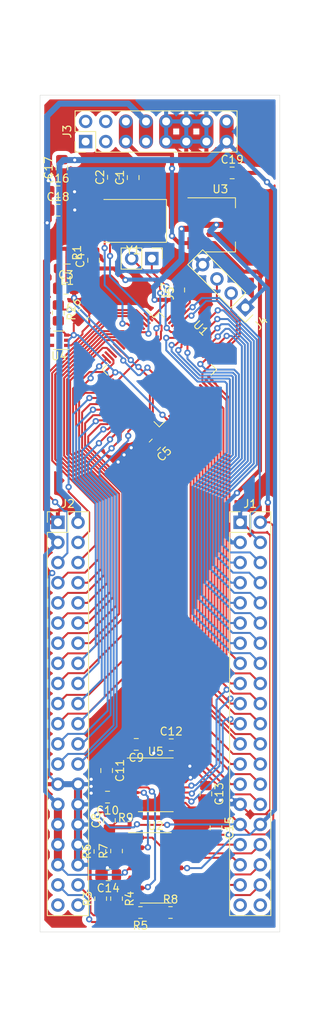
<source format=kicad_pcb>
(kicad_pcb (version 20171130) (host pcbnew 5.1.9+dfsg1-1)
  (layers (0 F.Cu signal) (31 B.Cu signal) (34 B.Paste user) (35 F.Paste user) (36 B.SilkS user) (37 F.SilkS user) (38 B.Mask user) (39 F.Mask user) (44 Edge.Cuts user))
  (net 0 "")
  (net 1 PF1)
  (net 2 PF0)
  (net 3 GND)
  (net 4 5v)
  (net 5 3v3)
  (net 6 3v3a)
  (net 7 GNDA)
  (net 8 12v)
  (net 9 -12v)
  (net 10 PA14)
  (net 11 PA13)
  (net 12 PA7)
  (net 13 PA6)
  (net 14 PA5)
  (net 15 PA4)
  (net 16 PA3)
  (net 17 PA2)
  (net 18 PA1)
  (net 19 PA0)
  (net 20 Ref2v5)
  (net 21 PC5)
  (net 22 PB0)
  (net 23 PB1)
  (net 24 PB2)
  (net 25 PE8)
  (net 26 PE9)
  (net 27 PC4)
  (net 28 PC13)
  (net 29 PC14)
  (net 30 PC15)
  (net 31 PC0)
  (net 32 PC1)
  (net 33 PC2)
  (net 34 PC3)
  (net 35 PB8)
  (net 36 PB9)
  (net 37 BOOT0)
  (net 38 NRST)
  (net 39 PB14)
  (net 40 PB15)
  (net 41 PD8)
  (net 42 PC6)
  (net 43 PC7)
  (net 44 PC8)
  (net 45 PC9)
  (net 46 PA9)
  (net 47 PA12)
  (net 48 PF6)
  (net 49 PF7)
  (net 50 PA15)
  (net 51 PC10)
  (net 52 PC11)
  (net 53 PC12)
  (net 54 PD2)
  (net 55 PB3)
  (net 56 PB4)
  (net 57 PB5)
  (net 58 PB6)
  (net 59 PB7)
  (net 60 GNDS)
  (net 61 "Net-(C10-Pad1)")
  (net 62 "Net-(C11-Pad2)")
  (net 63 "Net-(C11-Pad1)")
  (net 64 "Net-(C13-Pad1)")
  (net 65 DAC_LRCK)
  (net 66 DAC_DIN)
  (net 67 DAC_BCK)
  (net 68 "Net-(R3-Pad1)")
  (net 69 "Net-(R4-Pad2)")
  (net 70 "Net-(R6-Pad1)")
  (net 71 "Net-(R7-Pad2)")
  (net 72 DAC_R)
  (net 73 DAC_L)
  (net 74 OUT_L)
  (net 75 OUT_R)
  (net 76 OP1_OUT)
  (net 77 OP1_INN)
  (net 78 OP1_INP)
  (net 79 OP2_INP)
  (net 80 OP2_INN)
  (net 81 OP2_OUT)
  (module NetTie:NetTie-2_SMD_Pad0.5mm (layer F.Cu) (at 31.05 118.95)
    (fp_text reference R9 (at 0 -1.2) (layer F.SilkS))
    (fp_text value 0)
    (fp_poly (pts (xy -0.5 -0.25) (xy 0.5 -0.25) (xy 0.5 0.25) (xy -0.5 0.25)) (layer F.Cu) (width 0))
    (pad 2 smd circle (at 0.5 0) (size 0.5 0.5) (layers F.Cu) (net 3 GND))
    (pad 1 smd circle (at -0.5 0) (size 0.5 0.5) (layers F.Cu) (net 60 GNDS))
  )
  (module Resistor_SMD:R_0805_2012Metric_Pad1.20x1.40mm_HandSolder (layer F.Cu) (at 36.712 129.698)
    (fp_text reference R8 (at 0 -1.65) (layer F.SilkS))
    (fp_text value 1k)
    (pad 2 smd roundrect (at 1 0) (size 1.2 1.4) (layers F.Cu F.Paste F.Mask) (roundrect_rratio 0.208333) (net 75 OUT_R))
    (pad 1 smd roundrect (at -1 0) (size 1.2 1.4) (layers F.Cu F.Paste F.Mask) (roundrect_rratio 0.208333) (net 71 "Net-(R7-Pad2)"))
  )
  (module Resistor_SMD:R_0805_2012Metric_Pad1.20x1.40mm_HandSolder (layer F.Cu) (at 29.9 121.95 90)
    (fp_text reference R7 (at 0 -1.65 90) (layer F.SilkS))
    (fp_text value 13k)
    (pad 2 smd roundrect (at 1 0 90) (size 1.2 1.4) (layers F.Cu F.Paste F.Mask) (roundrect_rratio 0.208333) (net 71 "Net-(R7-Pad2)"))
    (pad 1 smd roundrect (at -1 0 90) (size 1.2 1.4) (layers F.Cu F.Paste F.Mask) (roundrect_rratio 0.208333) (net 70 "Net-(R6-Pad1)"))
  )
  (module Resistor_SMD:R_0805_2012Metric_Pad1.20x1.40mm_HandSolder (layer F.Cu) (at 27.8 122 90)
    (fp_text reference R6 (at 0 -1.65 90) (layer F.SilkS))
    (fp_text value 20k)
    (pad 2 smd roundrect (at 1 0 90) (size 1.2 1.4) (layers F.Cu F.Paste F.Mask) (roundrect_rratio 0.208333) (net 60 GNDS))
    (pad 1 smd roundrect (at -1 0 90) (size 1.2 1.4) (layers F.Cu F.Paste F.Mask) (roundrect_rratio 0.208333) (net 70 "Net-(R6-Pad1)"))
  )
  (module Resistor_SMD:R_0805_2012Metric_Pad1.20x1.40mm_HandSolder (layer F.Cu) (at 32.918 129.698 180)
    (fp_text reference R5 (at 0 -1.65) (layer F.SilkS))
    (fp_text value 1k)
    (pad 2 smd roundrect (at 1 0 180) (size 1.2 1.4) (layers F.Cu F.Paste F.Mask) (roundrect_rratio 0.208333) (net 74 OUT_L))
    (pad 1 smd roundrect (at -1 0 180) (size 1.2 1.4) (layers F.Cu F.Paste F.Mask) (roundrect_rratio 0.208333) (net 69 "Net-(R4-Pad2)"))
  )
  (module Resistor_SMD:R_0805_2012Metric_Pad1.20x1.40mm_HandSolder (layer F.Cu) (at 29.9 127.95 270)
    (fp_text reference R4 (at 0 -1.65 90) (layer F.SilkS))
    (fp_text value 13k)
    (pad 2 smd roundrect (at 1 0 270) (size 1.2 1.4) (layers F.Cu F.Paste F.Mask) (roundrect_rratio 0.208333) (net 69 "Net-(R4-Pad2)"))
    (pad 1 smd roundrect (at -1 0 270) (size 1.2 1.4) (layers F.Cu F.Paste F.Mask) (roundrect_rratio 0.208333) (net 68 "Net-(R3-Pad1)"))
  )
  (module Resistor_SMD:R_0805_2012Metric_Pad1.20x1.40mm_HandSolder (layer F.Cu) (at 27.9 127.95 90)
    (fp_text reference R3 (at 0 -1.65 90) (layer F.SilkS))
    (fp_text value 20k)
    (pad 2 smd roundrect (at 1 0 90) (size 1.2 1.4) (layers F.Cu F.Paste F.Mask) (roundrect_rratio 0.208333) (net 60 GNDS))
    (pad 1 smd roundrect (at -1 0 90) (size 1.2 1.4) (layers F.Cu F.Paste F.Mask) (roundrect_rratio 0.208333) (net 68 "Net-(R3-Pad1)"))
  )
  (module Capacitor_SMD:C_0805_2012Metric_Pad1.18x1.45mm_HandSolder (layer F.Cu) (at 44.4875 36.45)
    (fp_text reference C19 (at 0 -1.68) (layer F.SilkS))
    (fp_text value 10u)
    (pad 2 smd roundrect (at 1.0375 0) (size 1.175 1.45) (layers F.Cu F.Paste F.Mask) (roundrect_rratio 0.212766) (net 9 -12v))
    (pad 1 smd roundrect (at -1.0375 0) (size 1.175 1.45) (layers F.Cu F.Paste F.Mask) (roundrect_rratio 0.212766) (net 3 GND))
  )
  (module Capacitor_SMD:C_0805_2012Metric_Pad1.18x1.45mm_HandSolder (layer F.Cu) (at 22.5125 41.15)
    (fp_text reference C18 (at 0 -1.68) (layer F.SilkS))
    (fp_text value 10u)
    (pad 2 smd roundrect (at 1.0375 0) (size 1.175 1.45) (layers F.Cu F.Paste F.Mask) (roundrect_rratio 0.212766) (net 3 GND))
    (pad 1 smd roundrect (at -1.0375 0) (size 1.175 1.45) (layers F.Cu F.Paste F.Mask) (roundrect_rratio 0.212766) (net 8 12v))
  )
  (module Capacitor_SMD:C_0805_2012Metric_Pad1.18x1.45mm_HandSolder (layer F.Cu) (at 23 35.8125 90)
    (fp_text reference C17 (at 0 -1.68 90) (layer F.SilkS))
    (fp_text value 10u)
    (pad 2 smd roundrect (at 1.0375 0 90) (size 1.175 1.45) (layers F.Cu F.Paste F.Mask) (roundrect_rratio 0.212766) (net 9 -12v))
    (pad 1 smd roundrect (at -1.0375 0 90) (size 1.175 1.45) (layers F.Cu F.Paste F.Mask) (roundrect_rratio 0.212766) (net 3 GND))
  )
  (module Capacitor_SMD:C_0805_2012Metric_Pad1.18x1.45mm_HandSolder (layer F.Cu) (at 22.5125 38.825)
    (fp_text reference C16 (at 0 -1.68) (layer F.SilkS))
    (fp_text value 10u)
    (pad 2 smd roundrect (at 1.0375 0) (size 1.175 1.45) (layers F.Cu F.Paste F.Mask) (roundrect_rratio 0.212766) (net 3 GND))
    (pad 1 smd roundrect (at -1.0375 0) (size 1.175 1.45) (layers F.Cu F.Paste F.Mask) (roundrect_rratio 0.212766) (net 8 12v))
  )
  (module Capacitor_SMD:C_0805_2012Metric_Pad1.18x1.45mm_HandSolder (layer F.Cu) (at 42.45 119.0375 270)
    (fp_text reference C15 (at 0 -1.68 90) (layer F.SilkS))
    (fp_text value 100n)
    (pad 2 smd roundrect (at 1.0375 0 270) (size 1.175 1.45) (layers F.Cu F.Paste F.Mask) (roundrect_rratio 0.212766) (net 9 -12v))
    (pad 1 smd roundrect (at -1.0375 0 270) (size 1.175 1.45) (layers F.Cu F.Paste F.Mask) (roundrect_rratio 0.212766) (net 3 GND))
  )
  (module Capacitor_SMD:C_0805_2012Metric_Pad1.18x1.45mm_HandSolder (layer F.Cu) (at 28.85 124.95 180)
    (fp_text reference C14 (at 0 -1.68) (layer F.SilkS))
    (fp_text value 100n)
    (pad 2 smd roundrect (at 1.0375 0 180) (size 1.175 1.45) (layers F.Cu F.Paste F.Mask) (roundrect_rratio 0.212766) (net 3 GND))
    (pad 1 smd roundrect (at -1.0375 0 180) (size 1.175 1.45) (layers F.Cu F.Paste F.Mask) (roundrect_rratio 0.212766) (net 8 12v))
  )
  (module Capacitor_SMD:C_0805_2012Metric_Pad1.18x1.45mm_HandSolder (layer F.Cu) (at 41.175 114.7375 270)
    (fp_text reference C13 (at 0 -1.68 90) (layer F.SilkS))
    (fp_text value 100n)
    (pad 2 smd roundrect (at 1.0375 0 270) (size 1.175 1.45) (layers F.Cu F.Paste F.Mask) (roundrect_rratio 0.212766) (net 3 GND))
    (pad 1 smd roundrect (at -1.0375 0 270) (size 1.175 1.45) (layers F.Cu F.Paste F.Mask) (roundrect_rratio 0.212766) (net 64 "Net-(C13-Pad1)"))
  )
  (module Package_SO:TSSOP-20_4.4x6.5mm_P0.65mm (layer F.Cu) (at 34.85 113.6)
    (fp_text reference U5 (at 0 -4.2) (layer F.SilkS))
    (fp_text value PCM5100)
    (pad 20 smd roundrect (at 2.8625 -2.925) (size 1.475 0.4) (layers F.Cu F.Paste F.Mask) (net 5 3v3))
    (pad 19 smd roundrect (at 2.8625 -2.275) (size 1.475 0.4) (layers F.Cu F.Paste F.Mask) (net 3 GND))
    (pad 18 smd roundrect (at 2.8625 -1.625) (size 1.475 0.4) (layers F.Cu F.Paste F.Mask) (net 64 "Net-(C13-Pad1)"))
    (pad 17 smd roundrect (at 2.8625 -0.975) (size 1.475 0.4) (layers F.Cu F.Paste F.Mask) (net 5 3v3))
    (pad 16 smd roundrect (at 2.8625 -0.325) (size 1.475 0.4) (layers F.Cu F.Paste F.Mask) (net 3 GND))
    (pad 15 smd roundrect (at 2.8625 0.325) (size 1.475 0.4) (layers F.Cu F.Paste F.Mask) (net 65 DAC_LRCK))
    (pad 14 smd roundrect (at 2.8625 0.975) (size 1.475 0.4) (layers F.Cu F.Paste F.Mask) (net 66 DAC_DIN))
    (pad 13 smd roundrect (at 2.8625 1.625) (size 1.475 0.4) (layers F.Cu F.Paste F.Mask) (net 67 DAC_BCK))
    (pad 12 smd roundrect (at 2.8625 2.275) (size 1.475 0.4) (layers F.Cu F.Paste F.Mask) (net 3 GND))
    (pad 11 smd roundrect (at 2.8625 2.925) (size 1.475 0.4) (layers F.Cu F.Paste F.Mask) (net 3 GND))
    (pad 10 smd roundrect (at -2.8625 2.925) (size 1.475 0.4) (layers F.Cu F.Paste F.Mask) (net 3 GND))
    (pad 9 smd roundrect (at -2.8625 2.275) (size 1.475 0.4) (layers F.Cu F.Paste F.Mask) (net 60 GNDS))
    (pad 8 smd roundrect (at -2.8625 1.625) (size 1.475 0.4) (layers F.Cu F.Paste F.Mask) (net 5 3v3))
    (pad 7 smd roundrect (at -2.8625 0.975) (size 1.475 0.4) (layers F.Cu F.Paste F.Mask) (net 72 DAC_R))
    (pad 6 smd roundrect (at -2.8625 0.325) (size 1.475 0.4) (layers F.Cu F.Paste F.Mask) (net 73 DAC_L))
    (pad 5 smd roundrect (at -2.8625 -0.325) (size 1.475 0.4) (layers F.Cu F.Paste F.Mask) (net 61 "Net-(C10-Pad1)"))
    (pad 4 smd roundrect (at -2.8625 -0.975) (size 1.475 0.4) (layers F.Cu F.Paste F.Mask) (net 62 "Net-(C11-Pad2)"))
    (pad 3 smd roundrect (at -2.8625 -1.625) (size 1.475 0.4) (layers F.Cu F.Paste F.Mask) (net 3 GND))
    (pad 2 smd roundrect (at -2.8625 -2.275) (size 1.475 0.4) (layers F.Cu F.Paste F.Mask) (net 63 "Net-(C11-Pad1)"))
    (pad 1 smd roundrect (at -2.8625 -2.925) (size 1.475 0.4) (layers F.Cu F.Paste F.Mask) (net 5 3v3))
  )
  (module Package_SO:SOIC-14_3.9x8.7mm_P1.27mm (layer F.Cu) (at 34.85 124.07)
    (fp_text reference U2 (at 0 -5.28) (layer F.SilkS))
    (fp_text value TL074)
    (pad 14 smd roundrect (at 2.475 -3.81) (size 1.95 0.6) (layers F.Cu F.Paste F.Mask) (net 76 OP1_OUT))
    (pad 13 smd roundrect (at 2.475 -2.54) (size 1.95 0.6) (layers F.Cu F.Paste F.Mask) (net 77 OP1_INN))
    (pad 12 smd roundrect (at 2.475 -1.27) (size 1.95 0.6) (layers F.Cu F.Paste F.Mask) (net 78 OP1_INP))
    (pad 11 smd roundrect (at 2.475 0) (size 1.95 0.6) (layers F.Cu F.Paste F.Mask) (net 9 -12v))
    (pad 10 smd roundrect (at 2.475 1.27) (size 1.95 0.6) (layers F.Cu F.Paste F.Mask) (net 79 OP2_INP))
    (pad 9 smd roundrect (at 2.475 2.54) (size 1.95 0.6) (layers F.Cu F.Paste F.Mask) (net 80 OP2_INN))
    (pad 8 smd roundrect (at 2.475 3.81) (size 1.95 0.6) (layers F.Cu F.Paste F.Mask) (net 81 OP2_OUT))
    (pad 7 smd roundrect (at -2.475 3.81) (size 1.95 0.6) (layers F.Cu F.Paste F.Mask) (net 69 "Net-(R4-Pad2)"))
    (pad 6 smd roundrect (at -2.475 2.54) (size 1.95 0.6) (layers F.Cu F.Paste F.Mask) (net 73 DAC_L))
    (pad 5 smd roundrect (at -2.475 1.27) (size 1.95 0.6) (layers F.Cu F.Paste F.Mask) (net 68 "Net-(R3-Pad1)"))
    (pad 4 smd roundrect (at -2.475 0) (size 1.95 0.6) (layers F.Cu F.Paste F.Mask) (net 8 12v))
    (pad 3 smd roundrect (at -2.475 -1.27) (size 1.95 0.6) (layers F.Cu F.Paste F.Mask) (net 70 "Net-(R6-Pad1)"))
    (pad 2 smd roundrect (at -2.475 -2.54) (size 1.95 0.6) (layers F.Cu F.Paste F.Mask) (net 72 DAC_R))
    (pad 1 smd roundrect (at -2.475 -3.81) (size 1.95 0.6) (layers F.Cu F.Paste F.Mask) (net 71 "Net-(R7-Pad2)"))
  )
  (module Capacitor_SMD:C_0805_2012Metric_Pad1.18x1.45mm_HandSolder (layer F.Cu) (at 36.8 108.55)
    (fp_text reference C12 (at 0 -1.68) (layer F.SilkS))
    (fp_text value 100n)
    (pad 2 smd roundrect (at 1.0375 0) (size 1.175 1.45) (layers F.Cu F.Paste F.Mask) (roundrect_rratio 0.212766) (net 5 3v3))
    (pad 1 smd roundrect (at -1.0375 0) (size 1.175 1.45) (layers F.Cu F.Paste F.Mask) (roundrect_rratio 0.212766) (net 3 GND))
  )
  (module Capacitor_SMD:C_0805_2012Metric_Pad1.18x1.45mm_HandSolder (layer F.Cu) (at 28.65 111.8 270)
    (fp_text reference C11 (at 0 -1.68 90) (layer F.SilkS))
    (fp_text value 2.2u)
    (pad 2 smd roundrect (at 1.0375 0 270) (size 1.175 1.45) (layers F.Cu F.Paste F.Mask) (roundrect_rratio 0.212766) (net 62 "Net-(C11-Pad2)"))
    (pad 1 smd roundrect (at -1.0375 0 270) (size 1.175 1.45) (layers F.Cu F.Paste F.Mask) (roundrect_rratio 0.212766) (net 63 "Net-(C11-Pad1)"))
  )
  (module Capacitor_SMD:C_0805_2012Metric_Pad1.18x1.45mm_HandSolder (layer F.Cu) (at 28.7625 115.15 180)
    (fp_text reference C10 (at 0 -1.68) (layer F.SilkS))
    (fp_text value 2.2u)
    (pad 2 smd roundrect (at 1.0375 0 180) (size 1.175 1.45) (layers F.Cu F.Paste F.Mask) (roundrect_rratio 0.212766) (net 3 GND))
    (pad 1 smd roundrect (at -1.0375 0 180) (size 1.175 1.45) (layers F.Cu F.Paste F.Mask) (roundrect_rratio 0.212766) (net 61 "Net-(C10-Pad1)"))
  )
  (module Capacitor_SMD:C_0805_2012Metric_Pad1.18x1.45mm_HandSolder (layer F.Cu) (at 32.3875 108.5 180)
    (fp_text reference C9 (at 0 -1.68) (layer F.SilkS))
    (fp_text value 100n)
    (pad 2 smd roundrect (at 1.0375 0 180) (size 1.175 1.45) (layers F.Cu F.Paste F.Mask) (roundrect_rratio 0.212766) (net 5 3v3))
    (pad 1 smd roundrect (at -1.0375 0 180) (size 1.175 1.45) (layers F.Cu F.Paste F.Mask) (roundrect_rratio 0.212766) (net 3 GND))
  )
  (module Capacitor_SMD:C_0805_2012Metric_Pad1.18x1.45mm_HandSolder (layer F.Cu) (at 29 118.1125 90)
    (fp_text reference C8 (at 0 -1.68 90) (layer F.SilkS))
    (fp_text value 100n)
    (pad 2 smd roundrect (at 1.0375 0 90) (size 1.175 1.45) (layers F.Cu F.Paste F.Mask) (roundrect_rratio 0.212766) (net 5 3v3))
    (pad 1 smd roundrect (at -1.0375 0 90) (size 1.175 1.45) (layers F.Cu F.Paste F.Mask) (roundrect_rratio 0.212766) (net 60 GNDS))
  )
  (module Capacitor_SMD:C_0805_2012Metric_Pad1.18x1.45mm_HandSolder (layer F.Cu) (at 37.75 51.2125 90)
    (fp_text reference C7 (at 0 -1.68 90) (layer F.SilkS))
    (fp_text value 10n)
    (pad 2 smd roundrect (at 1.0375 0 90) (size 1.175 1.45) (layers F.Cu F.Paste F.Mask) (roundrect_rratio 0.212766) (net 3 GND))
    (pad 1 smd roundrect (at -1.0375 0 90) (size 1.175 1.45) (layers F.Cu F.Paste F.Mask) (roundrect_rratio 0.212766) (net 5 3v3))
  )
  (module Capacitor_SMD:C_0805_2012Metric_Pad1.18x1.45mm_HandSolder (layer F.Cu) (at 25.716377 54.233623 45)
    (fp_text reference C6 (at 0 -1.68 45) (layer F.SilkS))
    (fp_text value 10n)
    (pad 2 smd roundrect (at 1.0375 0 45) (size 1.175 1.45) (layers F.Cu F.Paste F.Mask) (roundrect_rratio 0.212766) (net 7 GNDA))
    (pad 1 smd roundrect (at -1.0375 0 45) (size 1.175 1.45) (layers F.Cu F.Paste F.Mask) (roundrect_rratio 0.212766) (net 20 Ref2v5))
  )
  (module Connector_PinHeader_2.54mm:PinHeader_1x02_P2.54mm_Vertical (layer F.Cu) (at 34.35 47.25 270)
    (fp_text reference J5 (at 4.385 -2.27 90) (layer F.SilkS))
    (fp_text value Conn_01x02_Male)
    (pad 2 thru_hole oval (at 0 2.54 270) (size 1.7 1.7) (drill 1) (layers *.Cu *.Mask) (net 38 NRST))
    (pad 1 thru_hole rect (at 0 0 270) (size 1.7 1.7) (drill 1) (layers *.Cu *.Mask) (net 37 BOOT0))
  )
  (module Capacitor_SMD:C_0805_2012Metric_Pad1.18x1.45mm_HandSolder (layer F.Cu) (at 34.733623 70.716377 225)
    (fp_text reference C5 (at 0 -1.68 45) (layer F.SilkS))
    (fp_text value 100n)
    (pad 1 smd roundrect (at -1.0375 0 225) (size 1.175 1.45) (layers F.Cu F.Paste F.Mask) (roundrect_rratio 0.212766) (net 6 3v3a))
    (pad 2 smd roundrect (at 1.0375 0 225) (size 1.175 1.45) (layers F.Cu F.Paste F.Mask) (roundrect_rratio 0.212766) (net 7 GNDA))
  )
  (module 0_eurocad:2HP (layer F.Cu) (at 40.42 14.9)
    (fp_text reference REF**)
    (fp_text value 2HP)
  )
  (module 0_eurocad:2HP (layer F.Cu) (at 30.26 14.9)
    (fp_text reference REF**)
    (fp_text value 2HP)
  )
  (module 0_eurocad:2HP (layer F.Cu) (at 20.1 14.9)
    (fp_text reference REF**)
    (fp_text value 2HP)
  )
  (module Connector_PinHeader_2.54mm:PinHeader_2x20_P2.54mm_Vertical (layer F.Cu) (at 45.5 80.5)
    (fp_text reference J1 (at 1.27 -2.33) (layer F.SilkS))
    (fp_text value Conn_02x20_Odd_Even)
    (pad 1 thru_hole rect (at 0 0) (size 1.7 1.7) (drill 1) (layers *.Cu *.Mask) (net 3 GND))
    (pad 2 thru_hole oval (at 2.54 0) (size 1.7 1.7) (drill 1) (layers *.Cu *.Mask) (net 5 3v3))
    (pad 3 thru_hole oval (at 0 2.54) (size 1.7 1.7) (drill 1) (layers *.Cu *.Mask) (net 4 5v))
    (pad 4 thru_hole oval (at 2.54 2.54) (size 1.7 1.7) (drill 1) (layers *.Cu *.Mask) (net 36 PB9))
    (pad 5 thru_hole oval (at 0 5.08) (size 1.7 1.7) (drill 1) (layers *.Cu *.Mask) (net 55 PB3))
    (pad 6 thru_hole oval (at 2.54 5.08) (size 1.7 1.7) (drill 1) (layers *.Cu *.Mask) (net 35 PB8))
    (pad 7 thru_hole oval (at 0 7.62) (size 1.7 1.7) (drill 1) (layers *.Cu *.Mask) (net 53 PC12))
    (pad 8 thru_hole oval (at 2.54 7.62) (size 1.7 1.7) (drill 1) (layers *.Cu *.Mask) (net 54 PD2))
    (pad 9 thru_hole oval (at 0 10.16) (size 1.7 1.7) (drill 1) (layers *.Cu *.Mask) (net 51 PC10))
    (pad 10 thru_hole oval (at 2.54 10.16) (size 1.7 1.7) (drill 1) (layers *.Cu *.Mask) (net 52 PC11))
    (pad 11 thru_hole oval (at 0 12.7) (size 1.7 1.7) (drill 1) (layers *.Cu *.Mask) (net 56 PB4))
    (pad 12 thru_hole oval (at 2.54 12.7) (size 1.7 1.7) (drill 1) (layers *.Cu *.Mask) (net 50 PA15))
    (pad 13 thru_hole oval (at 0 15.24) (size 1.7 1.7) (drill 1) (layers *.Cu *.Mask) (net 58 PB6))
    (pad 14 thru_hole oval (at 2.54 15.24) (size 1.7 1.7) (drill 1) (layers *.Cu *.Mask) (net 57 PB5))
    (pad 15 thru_hole oval (at 0 17.78) (size 1.7 1.7) (drill 1) (layers *.Cu *.Mask) (net 49 PF7))
    (pad 16 thru_hole oval (at 2.54 17.78) (size 1.7 1.7) (drill 1) (layers *.Cu *.Mask) (net 59 PB7))
    (pad 17 thru_hole oval (at 0 20.32) (size 1.7 1.7) (drill 1) (layers *.Cu *.Mask) (net 47 PA12))
    (pad 18 thru_hole oval (at 2.54 20.32) (size 1.7 1.7) (drill 1) (layers *.Cu *.Mask) (net 48 PF6))
    (pad 19 thru_hole oval (at 0 22.86) (size 1.7 1.7) (drill 1) (layers *.Cu *.Mask) (net 66 DAC_DIN))
    (pad 20 thru_hole oval (at 2.54 22.86) (size 1.7 1.7) (drill 1) (layers *.Cu *.Mask) (net 65 DAC_LRCK))
    (pad 21 thru_hole oval (at 0 25.4) (size 1.7 1.7) (drill 1) (layers *.Cu *.Mask) (net 67 DAC_BCK))
    (pad 22 thru_hole oval (at 2.54 25.4) (size 1.7 1.7) (drill 1) (layers *.Cu *.Mask) (net 46 PA9))
    (pad 23 thru_hole oval (at 0 27.94) (size 1.7 1.7) (drill 1) (layers *.Cu *.Mask) (net 44 PC8))
    (pad 24 thru_hole oval (at 2.54 27.94) (size 1.7 1.7) (drill 1) (layers *.Cu *.Mask) (net 45 PC9))
    (pad 25 thru_hole oval (at 0 30.48) (size 1.7 1.7) (drill 1) (layers *.Cu *.Mask) (net 42 PC6))
    (pad 26 thru_hole oval (at 2.54 30.48) (size 1.7 1.7) (drill 1) (layers *.Cu *.Mask) (net 43 PC7))
    (pad 27 thru_hole oval (at 0 33.02) (size 1.7 1.7) (drill 1) (layers *.Cu *.Mask) (net 40 PB15))
    (pad 28 thru_hole oval (at 2.54 33.02) (size 1.7 1.7) (drill 1) (layers *.Cu *.Mask) (net 41 PD8))
    (pad 29 thru_hole oval (at 0 35.56) (size 1.7 1.7) (drill 1) (layers *.Cu *.Mask) (net 3 GND))
    (pad 30 thru_hole oval (at 2.54 35.56) (size 1.7 1.7) (drill 1) (layers *.Cu *.Mask) (net 39 PB14))
    (pad 31 thru_hole oval (at 0 38.1) (size 1.7 1.7) (drill 1) (layers *.Cu *.Mask) (net 5 3v3))
    (pad 32 thru_hole oval (at 2.54 38.1) (size 1.7 1.7) (drill 1) (layers *.Cu *.Mask) (net 9 -12v))
    (pad 33 thru_hole oval (at 0 40.64) (size 1.7 1.7) (drill 1) (layers *.Cu *.Mask) (net 76 OP1_OUT))
    (pad 34 thru_hole oval (at 2.54 40.64) (size 1.7 1.7) (drill 1) (layers *.Cu *.Mask) (net 77 OP1_INN))
    (pad 35 thru_hole oval (at 0 43.18) (size 1.7 1.7) (drill 1) (layers *.Cu *.Mask) (net 78 OP1_INP))
    (pad 36 thru_hole oval (at 2.54 43.18) (size 1.7 1.7) (drill 1) (layers *.Cu *.Mask) (net 79 OP2_INP))
    (pad 37 thru_hole oval (at 0 45.72) (size 1.7 1.7) (drill 1) (layers *.Cu *.Mask) (net 80 OP2_INN))
    (pad 38 thru_hole oval (at 2.54 45.72) (size 1.7 1.7) (drill 1) (layers *.Cu *.Mask) (net 81 OP2_OUT))
    (pad 39 thru_hole oval (at 0 48.26) (size 1.7 1.7) (drill 1) (layers *.Cu *.Mask))
    (pad 40 thru_hole oval (at 2.54 48.26) (size 1.7 1.7) (drill 1) (layers *.Cu *.Mask))
  )
  (module Connector_PinHeader_2.54mm:PinHeader_2x20_P2.54mm_Vertical (layer F.Cu) (at 22.5 80.5)
    (fp_text reference J2 (at 1.27 -2.33) (layer F.SilkS))
    (fp_text value Conn_02x20_Odd_Even)
    (pad 1 thru_hole rect (at 0 0) (size 1.7 1.7) (drill 1) (layers *.Cu *.Mask) (net 3 GND))
    (pad 2 thru_hole oval (at 2.54 0) (size 1.7 1.7) (drill 1) (layers *.Cu *.Mask) (net 9 -12v))
    (pad 3 thru_hole oval (at 0 2.54) (size 1.7 1.7) (drill 1) (layers *.Cu *.Mask) (net 8 12v))
    (pad 4 thru_hole oval (at 2.54 2.54) (size 1.7 1.7) (drill 1) (layers *.Cu *.Mask) (net 20 Ref2v5))
    (pad 5 thru_hole oval (at 0 5.08) (size 1.7 1.7) (drill 1) (layers *.Cu *.Mask) (net 28 PC13))
    (pad 6 thru_hole oval (at 2.54 5.08) (size 1.7 1.7) (drill 1) (layers *.Cu *.Mask) (net 29 PC14))
    (pad 7 thru_hole oval (at 0 7.62) (size 1.7 1.7) (drill 1) (layers *.Cu *.Mask) (net 30 PC15))
    (pad 8 thru_hole oval (at 2.54 7.62) (size 1.7 1.7) (drill 1) (layers *.Cu *.Mask) (net 31 PC0))
    (pad 9 thru_hole oval (at 0 10.16) (size 1.7 1.7) (drill 1) (layers *.Cu *.Mask) (net 32 PC1))
    (pad 10 thru_hole oval (at 2.54 10.16) (size 1.7 1.7) (drill 1) (layers *.Cu *.Mask) (net 33 PC2))
    (pad 11 thru_hole oval (at 0 12.7) (size 1.7 1.7) (drill 1) (layers *.Cu *.Mask) (net 34 PC3))
    (pad 12 thru_hole oval (at 2.54 12.7) (size 1.7 1.7) (drill 1) (layers *.Cu *.Mask) (net 19 PA0))
    (pad 13 thru_hole oval (at 0 15.24) (size 1.7 1.7) (drill 1) (layers *.Cu *.Mask) (net 18 PA1))
    (pad 14 thru_hole oval (at 2.54 15.24) (size 1.7 1.7) (drill 1) (layers *.Cu *.Mask) (net 17 PA2))
    (pad 15 thru_hole oval (at 0 17.78) (size 1.7 1.7) (drill 1) (layers *.Cu *.Mask) (net 16 PA3))
    (pad 16 thru_hole oval (at 2.54 17.78) (size 1.7 1.7) (drill 1) (layers *.Cu *.Mask) (net 15 PA4))
    (pad 17 thru_hole oval (at 0 20.32) (size 1.7 1.7) (drill 1) (layers *.Cu *.Mask) (net 14 PA5))
    (pad 18 thru_hole oval (at 2.54 20.32) (size 1.7 1.7) (drill 1) (layers *.Cu *.Mask) (net 13 PA6))
    (pad 19 thru_hole oval (at 0 22.86) (size 1.7 1.7) (drill 1) (layers *.Cu *.Mask) (net 12 PA7))
    (pad 20 thru_hole oval (at 2.54 22.86) (size 1.7 1.7) (drill 1) (layers *.Cu *.Mask) (net 27 PC4))
    (pad 21 thru_hole oval (at 0 25.4) (size 1.7 1.7) (drill 1) (layers *.Cu *.Mask) (net 21 PC5))
    (pad 22 thru_hole oval (at 2.54 25.4) (size 1.7 1.7) (drill 1) (layers *.Cu *.Mask) (net 22 PB0))
    (pad 23 thru_hole oval (at 0 27.94) (size 1.7 1.7) (drill 1) (layers *.Cu *.Mask) (net 23 PB1))
    (pad 24 thru_hole oval (at 2.54 27.94) (size 1.7 1.7) (drill 1) (layers *.Cu *.Mask) (net 24 PB2))
    (pad 25 thru_hole oval (at 0 30.48) (size 1.7 1.7) (drill 1) (layers *.Cu *.Mask) (net 25 PE8))
    (pad 26 thru_hole oval (at 2.54 30.48) (size 1.7 1.7) (drill 1) (layers *.Cu *.Mask) (net 26 PE9))
    (pad 27 thru_hole oval (at 0 33.02) (size 1.7 1.7) (drill 1) (layers *.Cu *.Mask) (net 3 GND))
    (pad 28 thru_hole oval (at 2.54 33.02) (size 1.7 1.7) (drill 1) (layers *.Cu *.Mask) (net 3 GND))
    (pad 29 thru_hole oval (at 0 35.56) (size 1.7 1.7) (drill 1) (layers *.Cu *.Mask) (net 8 12v))
    (pad 30 thru_hole oval (at 2.54 35.56) (size 1.7 1.7) (drill 1) (layers *.Cu *.Mask) (net 3 GND))
    (pad 31 thru_hole oval (at 0 38.1) (size 1.7 1.7) (drill 1) (layers *.Cu *.Mask) (net 8 12v))
    (pad 32 thru_hole oval (at 2.54 38.1) (size 1.7 1.7) (drill 1) (layers *.Cu *.Mask) (net 3 GND))
    (pad 33 thru_hole oval (at 0 40.64) (size 1.7 1.7) (drill 1) (layers *.Cu *.Mask) (net 8 12v))
    (pad 34 thru_hole oval (at 2.54 40.64) (size 1.7 1.7) (drill 1) (layers *.Cu *.Mask) (net 3 GND))
    (pad 35 thru_hole oval (at 0 43.18) (size 1.7 1.7) (drill 1) (layers *.Cu *.Mask) (net 8 12v))
    (pad 36 thru_hole oval (at 2.54 43.18) (size 1.7 1.7) (drill 1) (layers *.Cu *.Mask) (net 3 GND))
    (pad 37 thru_hole oval (at 0 45.72) (size 1.7 1.7) (drill 1) (layers *.Cu *.Mask) (net 75 OUT_R))
    (pad 38 thru_hole oval (at 2.54 45.72) (size 1.7 1.7) (drill 1) (layers *.Cu *.Mask) (net 74 OUT_L))
    (pad 39 thru_hole oval (at 0 48.26) (size 1.7 1.7) (drill 1) (layers *.Cu *.Mask))
    (pad 40 thru_hole oval (at 2.54 48.26) (size 1.7 1.7) (drill 1) (layers *.Cu *.Mask))
  )
  (module Package_TO_SOT_SMD:SOT-223-3_TabPin2 (layer F.Cu) (at 43 43)
    (fp_text reference U3 (at 0 -4.5) (layer F.SilkS))
    (fp_text value AP1117-15)
    (pad 2 smd rect (at 3.15 0) (size 2 3.8) (layers F.Cu F.Paste F.Mask) (net 5 3v3))
    (pad 2 smd rect (at -3.15 0) (size 2 1.5) (layers F.Cu F.Paste F.Mask) (net 5 3v3))
    (pad 3 smd rect (at -3.15 2.3) (size 2 1.5) (layers F.Cu F.Paste F.Mask) (net 4 5v))
    (pad 1 smd rect (at -3.15 -2.3) (size 2 1.5) (layers F.Cu F.Paste F.Mask) (net 3 GND))
  )
  (module Connector_PinHeader_2.54mm:PinHeader_2x08_P2.54mm_Vertical (layer F.Cu) (at 26 32.5 90)
    (fp_text reference J3 (at 1.27 -2.33 90) (layer F.SilkS))
    (fp_text value Conn_02x08_Odd_Even)
    (pad 1 thru_hole rect (at 0 0 90) (size 1.7 1.7) (drill 1) (layers *.Cu *.Mask))
    (pad 2 thru_hole oval (at 2.54 0 90) (size 1.7 1.7) (drill 1) (layers *.Cu *.Mask))
    (pad 3 thru_hole oval (at 0 2.54 90) (size 1.7 1.7) (drill 1) (layers *.Cu *.Mask))
    (pad 4 thru_hole oval (at 2.54 2.54 90) (size 1.7 1.7) (drill 1) (layers *.Cu *.Mask))
    (pad 5 thru_hole oval (at 0 5.08 90) (size 1.7 1.7) (drill 1) (layers *.Cu *.Mask) (net 4 5v))
    (pad 6 thru_hole oval (at 2.54 5.08 90) (size 1.7 1.7) (drill 1) (layers *.Cu *.Mask) (net 4 5v))
    (pad 7 thru_hole oval (at 0 7.62 90) (size 1.7 1.7) (drill 1) (layers *.Cu *.Mask) (net 8 12v))
    (pad 8 thru_hole oval (at 2.54 7.62 90) (size 1.7 1.7) (drill 1) (layers *.Cu *.Mask) (net 8 12v))
    (pad 9 thru_hole oval (at 0 10.16 90) (size 1.7 1.7) (drill 1) (layers *.Cu *.Mask) (net 3 GND))
    (pad 10 thru_hole oval (at 2.54 10.16 90) (size 1.7 1.7) (drill 1) (layers *.Cu *.Mask) (net 3 GND))
    (pad 11 thru_hole oval (at 0 12.7 90) (size 1.7 1.7) (drill 1) (layers *.Cu *.Mask) (net 3 GND))
    (pad 12 thru_hole oval (at 2.54 12.7 90) (size 1.7 1.7) (drill 1) (layers *.Cu *.Mask) (net 3 GND))
    (pad 13 thru_hole oval (at 0 15.24 90) (size 1.7 1.7) (drill 1) (layers *.Cu *.Mask) (net 3 GND))
    (pad 14 thru_hole oval (at 2.54 15.24 90) (size 1.7 1.7) (drill 1) (layers *.Cu *.Mask) (net 3 GND))
    (pad 15 thru_hole oval (at 0 17.78 90) (size 1.7 1.7) (drill 1) (layers *.Cu *.Mask) (net 9 -12v))
    (pad 16 thru_hole oval (at 2.54 17.78 90) (size 1.7 1.7) (drill 1) (layers *.Cu *.Mask) (net 9 -12v))
  )
  (module Capacitor_SMD:C_0805_2012Metric_Pad1.18x1.45mm_HandSolder (layer F.Cu) (at 27.008 47.4625 90)
    (fp_text reference C4 (at 0 -1.68 90) (layer F.SilkS))
    (fp_text value 100n)
    (pad 2 smd roundrect (at 1.0375 0 90) (size 1.175 1.45) (layers F.Cu F.Paste F.Mask) (roundrect_rratio 0.212766) (net 3 GND))
    (pad 1 smd roundrect (at -1.0375 0 90) (size 1.175 1.45) (layers F.Cu F.Paste F.Mask) (roundrect_rratio 0.212766) (net 5 3v3))
  )
  (module Capacitor_SMD:C_0805_2012Metric_Pad1.18x1.45mm_HandSolder (layer F.Cu) (at 32 37.0375 90)
    (fp_text reference C1 (at 0 -1.68 90) (layer F.SilkS))
    (fp_text value 18p)
    (pad 1 smd roundrect (at -1.0375 0 90) (size 1.175 1.45) (layers F.Cu F.Paste F.Mask) (roundrect_rratio 0.212766) (net 2 PF0))
    (pad 2 smd roundrect (at 1.0375 0 90) (size 1.175 1.45) (layers F.Cu F.Paste F.Mask) (roundrect_rratio 0.212766) (net 3 GND))
  )
  (module Capacitor_SMD:C_0805_2012Metric_Pad1.18x1.45mm_HandSolder (layer F.Cu) (at 29.5 37 90)
    (fp_text reference C2 (at 0 -1.68 90) (layer F.SilkS))
    (fp_text value 18p)
    (pad 2 smd roundrect (at 1.0375 0 90) (size 1.175 1.45) (layers F.Cu F.Paste F.Mask) (roundrect_rratio 0.212766) (net 3 GND))
    (pad 1 smd roundrect (at -1.0375 0 90) (size 1.175 1.45) (layers F.Cu F.Paste F.Mask) (roundrect_rratio 0.212766) (net 1 PF1))
  )
  (module Capacitor_SMD:C_0805_2012Metric_Pad1.18x1.45mm_HandSolder (layer F.Cu) (at 23.508 51)
    (fp_text reference C3 (at 0 -1.68) (layer F.SilkS))
    (fp_text value 100n)
    (pad 1 smd roundrect (at -1.0375 0) (size 1.175 1.45) (layers F.Cu F.Paste F.Mask) (roundrect_rratio 0.212766) (net 6 3v3a))
    (pad 2 smd roundrect (at 1.0375 0) (size 1.175 1.45) (layers F.Cu F.Paste F.Mask) (roundrect_rratio 0.212766) (net 7 GNDA))
  )
  (module Inductor_SMD:L_0805_2012Metric_Pad1.05x1.20mm_HandSolder (layer F.Cu) (at 23.658 48.5 180)
    (fp_text reference L1 (at 0 -1.55) (layer F.SilkS))
    (fp_text value 100u)
    (pad 1 smd roundrect (at -1.15 0 180) (size 1.05 1.2) (layers F.Cu F.Paste F.Mask) (roundrect_rratio 0.238095) (net 5 3v3))
    (pad 2 smd roundrect (at 1.15 0 180) (size 1.05 1.2) (layers F.Cu F.Paste F.Mask) (roundrect_rratio 0.238095) (net 6 3v3a))
  )
  (module NetTie:NetTie-2_SMD_Pad0.5mm (layer F.Cu) (at 23.704 46.516 270)
    (fp_text reference R1 (at 0 -1.2 90) (layer F.SilkS))
    (fp_text value 0)
    (fp_poly (pts (xy -0.5 -0.25) (xy 0.5 -0.25) (xy 0.5 0.25) (xy -0.5 0.25)) (layer F.Cu) (width 0))
    (pad 1 smd circle (at -0.5 0 270) (size 0.5 0.5) (layers F.Cu) (net 3 GND))
    (pad 2 smd circle (at 0.5 0 270) (size 0.5 0.5) (layers F.Cu) (net 7 GNDA))
  )
  (module Crystal:Crystal_SMD_7050-2Pin_7.0x5.0mm (layer F.Cu) (at 32 42.5 180)
    (fp_text reference Y1 (at 0 -3.7) (layer F.SilkS))
    (fp_text value Crystal)
    (pad 1 smd rect (at -2.6 0 180) (size 2.8 3) (layers F.Cu F.Paste F.Mask) (net 2 PF0))
    (pad 2 smd rect (at 2.6 0 180) (size 2.8 3) (layers F.Cu F.Paste F.Mask) (net 1 PF1))
  )
  (module Resistor_SMD:R_0805_2012Metric_Pad1.20x1.40mm_HandSolder (layer F.Cu) (at 22.55 54.1 270)
    (fp_text reference R2 (at 0 -1.65 90) (layer F.SilkS))
    (fp_text value 1k)
    (pad 1 smd roundrect (at -1 0 270) (size 1.2 1.4) (layers F.Cu F.Paste F.Mask) (roundrect_rratio 0.208333) (net 6 3v3a))
    (pad 2 smd roundrect (at 1 0 270) (size 1.2 1.4) (layers F.Cu F.Paste F.Mask) (roundrect_rratio 0.208333) (net 20 Ref2v5))
  )
  (module Package_TO_SOT_SMD:SOT-353_SC-70-5 (layer F.Cu) (at 22.65 57.55 180)
    (fp_text reference U4 (at 0 -2) (layer F.SilkS))
    (fp_text value LM4040DCK-2.5)
    (pad 1 smd rect (at -0.95 -0.65 180) (size 0.65 0.4) (layers F.Cu F.Paste F.Mask) (net 7 GNDA))
    (pad 3 smd rect (at -0.95 0.65 180) (size 0.65 0.4) (layers F.Cu F.Paste F.Mask) (net 20 Ref2v5))
    (pad 2 smd rect (at -0.95 0 180) (size 0.65 0.4) (layers F.Cu F.Paste F.Mask))
    (pad 4 smd rect (at 0.95 0.65 180) (size 0.65 0.4) (layers F.Cu F.Paste F.Mask))
    (pad 5 smd rect (at 0.95 -0.65 180) (size 0.65 0.4) (layers F.Cu F.Paste F.Mask))
  )
  (module Connector_PinSocket_2.54mm:PinSocket_1x04_P2.54mm_Vertical (layer F.Cu) (at 46.16 53.41 225)
    (fp_text reference J4 (at 0 -2.77 45) (layer F.SilkS))
    (fp_text value Conn_01x04_Male)
    (pad 1 thru_hole rect (at 0 0 225) (size 1.7 1.7) (drill 1) (layers *.Cu *.Mask) (net 5 3v3))
    (pad 2 thru_hole oval (at 0 2.54 225) (size 1.7 1.7) (drill 1) (layers *.Cu *.Mask) (net 11 PA13))
    (pad 3 thru_hole oval (at 0 5.08 225) (size 1.7 1.7) (drill 1) (layers *.Cu *.Mask) (net 10 PA14))
    (pad 4 thru_hole oval (at 0 7.62 225) (size 1.7 1.7) (drill 1) (layers *.Cu *.Mask) (net 3 GND))
  )
  (module Package_QFP:LQFP-64_10x10mm_P0.5mm (layer F.Cu) (at 35.3 61.25 315)
    (fp_text reference U1 (at 0 -7.4 135) (layer F.SilkS))
    (fp_text value STM32F373RCTx)
    (pad 1 smd roundrect (at -5.675 -3.75 315) (size 1.55 0.3) (layers F.Cu F.Paste F.Mask) (net 5 3v3))
    (pad 2 smd roundrect (at -5.675 -3.25 315) (size 1.55 0.3) (layers F.Cu F.Paste F.Mask) (net 28 PC13))
    (pad 3 smd roundrect (at -5.675 -2.75 315) (size 1.55 0.3) (layers F.Cu F.Paste F.Mask) (net 29 PC14))
    (pad 4 smd roundrect (at -5.675 -2.25 315) (size 1.55 0.3) (layers F.Cu F.Paste F.Mask) (net 30 PC15))
    (pad 5 smd roundrect (at -5.675 -1.75 315) (size 1.55 0.3) (layers F.Cu F.Paste F.Mask) (net 2 PF0))
    (pad 6 smd roundrect (at -5.675 -1.25 315) (size 1.55 0.3) (layers F.Cu F.Paste F.Mask) (net 1 PF1))
    (pad 7 smd roundrect (at -5.675 -0.75 315) (size 1.55 0.3) (layers F.Cu F.Paste F.Mask) (net 38 NRST))
    (pad 8 smd roundrect (at -5.675 -0.25 315) (size 1.55 0.3) (layers F.Cu F.Paste F.Mask) (net 31 PC0))
    (pad 9 smd roundrect (at -5.675 0.25 315) (size 1.55 0.3) (layers F.Cu F.Paste F.Mask) (net 32 PC1))
    (pad 10 smd roundrect (at -5.675 0.75 315) (size 1.55 0.3) (layers F.Cu F.Paste F.Mask) (net 33 PC2))
    (pad 11 smd roundrect (at -5.675 1.25 315) (size 1.55 0.3) (layers F.Cu F.Paste F.Mask) (net 34 PC3))
    (pad 12 smd roundrect (at -5.675 1.75 315) (size 1.55 0.3) (layers F.Cu F.Paste F.Mask) (net 7 GNDA))
    (pad 13 smd roundrect (at -5.675 2.25 315) (size 1.55 0.3) (layers F.Cu F.Paste F.Mask) (net 6 3v3a))
    (pad 14 smd roundrect (at -5.675 2.75 315) (size 1.55 0.3) (layers F.Cu F.Paste F.Mask) (net 19 PA0))
    (pad 15 smd roundrect (at -5.675 3.25 315) (size 1.55 0.3) (layers F.Cu F.Paste F.Mask) (net 18 PA1))
    (pad 16 smd roundrect (at -5.675 3.75 315) (size 1.55 0.3) (layers F.Cu F.Paste F.Mask) (net 17 PA2))
    (pad 17 smd roundrect (at -3.75 5.675 315) (size 0.3 1.55) (layers F.Cu F.Paste F.Mask) (net 20 Ref2v5))
    (pad 18 smd roundrect (at -3.25 5.675 315) (size 0.3 1.55) (layers F.Cu F.Paste F.Mask) (net 16 PA3))
    (pad 19 smd roundrect (at -2.75 5.675 315) (size 0.3 1.55) (layers F.Cu F.Paste F.Mask) (net 5 3v3))
    (pad 20 smd roundrect (at -2.25 5.675 315) (size 0.3 1.55) (layers F.Cu F.Paste F.Mask) (net 15 PA4))
    (pad 21 smd roundrect (at -1.75 5.675 315) (size 0.3 1.55) (layers F.Cu F.Paste F.Mask) (net 14 PA5))
    (pad 22 smd roundrect (at -1.25 5.675 315) (size 0.3 1.55) (layers F.Cu F.Paste F.Mask) (net 13 PA6))
    (pad 23 smd roundrect (at -0.75 5.675 315) (size 0.3 1.55) (layers F.Cu F.Paste F.Mask) (net 12 PA7))
    (pad 24 smd roundrect (at -0.25 5.675 315) (size 0.3 1.55) (layers F.Cu F.Paste F.Mask) (net 27 PC4))
    (pad 25 smd roundrect (at 0.25 5.675 315) (size 0.3 1.55) (layers F.Cu F.Paste F.Mask) (net 21 PC5))
    (pad 26 smd roundrect (at 0.75 5.675 315) (size 0.3 1.55) (layers F.Cu F.Paste F.Mask) (net 22 PB0))
    (pad 27 smd roundrect (at 1.25 5.675 315) (size 0.3 1.55) (layers F.Cu F.Paste F.Mask) (net 23 PB1))
    (pad 28 smd roundrect (at 1.75 5.675 315) (size 0.3 1.55) (layers F.Cu F.Paste F.Mask) (net 24 PB2))
    (pad 29 smd roundrect (at 2.25 5.675 315) (size 0.3 1.55) (layers F.Cu F.Paste F.Mask) (net 25 PE8))
    (pad 30 smd roundrect (at 2.75 5.675 315) (size 0.3 1.55) (layers F.Cu F.Paste F.Mask) (net 26 PE9))
    (pad 31 smd roundrect (at 3.25 5.675 315) (size 0.3 1.55) (layers F.Cu F.Paste F.Mask) (net 7 GNDA))
    (pad 32 smd roundrect (at 3.75 5.675 315) (size 0.3 1.55) (layers F.Cu F.Paste F.Mask) (net 6 3v3a))
    (pad 33 smd roundrect (at 5.675 3.75 315) (size 1.55 0.3) (layers F.Cu F.Paste F.Mask) (net 20 Ref2v5))
    (pad 34 smd roundrect (at 5.675 3.25 315) (size 1.55 0.3) (layers F.Cu F.Paste F.Mask) (net 39 PB14))
    (pad 35 smd roundrect (at 5.675 2.75 315) (size 1.55 0.3) (layers F.Cu F.Paste F.Mask) (net 40 PB15))
    (pad 36 smd roundrect (at 5.675 2.25 315) (size 1.55 0.3) (layers F.Cu F.Paste F.Mask) (net 41 PD8))
    (pad 37 smd roundrect (at 5.675 1.75 315) (size 1.55 0.3) (layers F.Cu F.Paste F.Mask) (net 42 PC6))
    (pad 38 smd roundrect (at 5.675 1.25 315) (size 1.55 0.3) (layers F.Cu F.Paste F.Mask) (net 43 PC7))
    (pad 39 smd roundrect (at 5.675 0.75 315) (size 1.55 0.3) (layers F.Cu F.Paste F.Mask) (net 44 PC8))
    (pad 40 smd roundrect (at 5.675 0.25 315) (size 1.55 0.3) (layers F.Cu F.Paste F.Mask) (net 45 PC9))
    (pad 41 smd roundrect (at 5.675 -0.25 315) (size 1.55 0.3) (layers F.Cu F.Paste F.Mask) (net 67 DAC_BCK))
    (pad 42 smd roundrect (at 5.675 -0.75 315) (size 1.55 0.3) (layers F.Cu F.Paste F.Mask) (net 46 PA9))
    (pad 43 smd roundrect (at 5.675 -1.25 315) (size 1.55 0.3) (layers F.Cu F.Paste F.Mask) (net 66 DAC_DIN))
    (pad 44 smd roundrect (at 5.675 -1.75 315) (size 1.55 0.3) (layers F.Cu F.Paste F.Mask) (net 65 DAC_LRCK))
    (pad 45 smd roundrect (at 5.675 -2.25 315) (size 1.55 0.3) (layers F.Cu F.Paste F.Mask) (net 47 PA12))
    (pad 46 smd roundrect (at 5.675 -2.75 315) (size 1.55 0.3) (layers F.Cu F.Paste F.Mask) (net 11 PA13))
    (pad 47 smd roundrect (at 5.675 -3.25 315) (size 1.55 0.3) (layers F.Cu F.Paste F.Mask) (net 48 PF6))
    (pad 48 smd roundrect (at 5.675 -3.75 315) (size 1.55 0.3) (layers F.Cu F.Paste F.Mask) (net 49 PF7))
    (pad 49 smd roundrect (at 3.75 -5.675 315) (size 0.3 1.55) (layers F.Cu F.Paste F.Mask) (net 10 PA14))
    (pad 50 smd roundrect (at 3.25 -5.675 315) (size 0.3 1.55) (layers F.Cu F.Paste F.Mask) (net 50 PA15))
    (pad 51 smd roundrect (at 2.75 -5.675 315) (size 0.3 1.55) (layers F.Cu F.Paste F.Mask) (net 51 PC10))
    (pad 52 smd roundrect (at 2.25 -5.675 315) (size 0.3 1.55) (layers F.Cu F.Paste F.Mask) (net 52 PC11))
    (pad 53 smd roundrect (at 1.75 -5.675 315) (size 0.3 1.55) (layers F.Cu F.Paste F.Mask) (net 53 PC12))
    (pad 54 smd roundrect (at 1.25 -5.675 315) (size 0.3 1.55) (layers F.Cu F.Paste F.Mask) (net 54 PD2))
    (pad 55 smd roundrect (at 0.75 -5.675 315) (size 0.3 1.55) (layers F.Cu F.Paste F.Mask) (net 55 PB3))
    (pad 56 smd roundrect (at 0.25 -5.675 315) (size 0.3 1.55) (layers F.Cu F.Paste F.Mask) (net 56 PB4))
    (pad 57 smd roundrect (at -0.25 -5.675 315) (size 0.3 1.55) (layers F.Cu F.Paste F.Mask) (net 57 PB5))
    (pad 58 smd roundrect (at -0.75 -5.675 315) (size 0.3 1.55) (layers F.Cu F.Paste F.Mask) (net 58 PB6))
    (pad 59 smd roundrect (at -1.25 -5.675 315) (size 0.3 1.55) (layers F.Cu F.Paste F.Mask) (net 59 PB7))
    (pad 60 smd roundrect (at -1.75 -5.675 315) (size 0.3 1.55) (layers F.Cu F.Paste F.Mask) (net 37 BOOT0))
    (pad 61 smd roundrect (at -2.25 -5.675 315) (size 0.3 1.55) (layers F.Cu F.Paste F.Mask) (net 35 PB8))
    (pad 62 smd roundrect (at -2.75 -5.675 315) (size 0.3 1.55) (layers F.Cu F.Paste F.Mask) (net 36 PB9))
    (pad 63 smd roundrect (at -3.25 -5.675 315) (size 0.3 1.55) (layers F.Cu F.Paste F.Mask) (net 3 GND))
    (pad 64 smd roundrect (at -3.75 -5.675 315) (size 0.3 1.55) (layers F.Cu F.Paste F.Mask) (net 5 3v3))
  )
  (gr_line (start 50.5 132.15) (end 20.25 132.15) (layer Edge.Cuts) (width 0.05))
  (gr_line (start 50.5 26.65) (end 50.5 132.15) (layer Edge.Cuts) (width 0.05))
  (gr_line (start 20.25 26.65) (end 50.5 26.65) (layer Edge.Cuts) (width 0.05))
  (gr_line (start 20.25 132.15) (end 20.25 26.65) (layer Edge.Cuts) (width 0.05))
  (segment (start 28.3 43.6) (end 29.4 42.5) (width 0.25) (layer F.Cu) (net 1))
  (segment (start 29.5 42.4) (end 29.4 42.5) (width 0.762) (layer F.Cu) (net 1))
  (segment (start 29.5 38.0375) (end 29.5 42.4) (width 0.762) (layer F.Cu) (net 1))
  (segment (start 29.32299 42.57701) (end 29.4 42.5) (width 0.25) (layer F.Cu) (net 1))
  (segment (start 29.025 42.875) (end 29.4 42.5) (width 0.25) (layer F.Cu) (net 1))
  (via (at 28.4 45.925) (size 0.8) (drill 0.4) (layers F.Cu B.Cu) (net 1))
  (segment (start 28.4 43.5) (end 29.4 42.5) (width 0.25) (layer F.Cu) (net 1))
  (segment (start 28.4 45.925) (end 28.4 43.5) (width 0.25) (layer F.Cu) (net 1))
  (segment (start 32.171052 56.353286) (end 31.267766 55.45) (width 0.25) (layer F.Cu) (net 1))
  (via (at 30.65 55.45) (size 0.8) (drill 0.4) (layers F.Cu B.Cu) (net 1))
  (segment (start 31.267766 55.45) (end 30.65 55.45) (width 0.25) (layer F.Cu) (net 1))
  (segment (start 30.65 52.85) (end 30.65 55.45) (width 0.25) (layer B.Cu) (net 1))
  (segment (start 28.4 50.6) (end 30.65 52.85) (width 0.25) (layer B.Cu) (net 1))
  (segment (start 28.4 45.925) (end 28.4 50.6) (width 0.25) (layer B.Cu) (net 1))
  (segment (start 32.2 44.9) (end 34.6 42.5) (width 0.25) (layer F.Cu) (net 2))
  (segment (start 29.7 44.9) (end 32.2 44.9) (width 0.25) (layer F.Cu) (net 2))
  (segment (start 32 39.9) (end 34.6 42.5) (width 0.762) (layer F.Cu) (net 2))
  (segment (start 32 38.075) (end 32 39.9) (width 0.762) (layer F.Cu) (net 2))
  (via (at 29.075 46.925) (size 0.8) (drill 0.4) (layers F.Cu B.Cu) (net 2))
  (segment (start 29.075 45.525) (end 29.7 44.9) (width 0.25) (layer F.Cu) (net 2))
  (segment (start 29.075 46.925) (end 29.075 45.525) (width 0.25) (layer F.Cu) (net 2))
  (segment (start 33.063989 56.539115) (end 33.752395 56.539115) (width 0.25) (layer F.Cu) (net 2))
  (segment (start 33.752395 56.539115) (end 33.929364 56.716084) (width 0.25) (layer F.Cu) (net 2))
  (via (at 33.929364 56.716084) (size 0.8) (drill 0.4) (layers F.Cu B.Cu) (net 2))
  (segment (start 32.524606 55.999732) (end 33.063989 56.539115) (width 0.25) (layer F.Cu) (net 2))
  (segment (start 33.929364 56.150399) (end 33.929364 56.716084) (width 0.25) (layer B.Cu) (net 2))
  (segment (start 33.929364 54.379364) (end 33.929364 56.150399) (width 0.25) (layer B.Cu) (net 2))
  (segment (start 29.075 49.525) (end 33.929364 54.379364) (width 0.25) (layer B.Cu) (net 2))
  (segment (start 29.075 46.925) (end 29.075 49.525) (width 0.25) (layer B.Cu) (net 2))
  (segment (start 36.16 32.5) (end 41.24 32.5) (width 1.778) (layer F.Cu) (net 3))
  (segment (start 41.24 32.5) (end 41.24 29.96) (width 1.778) (layer F.Cu) (net 3))
  (segment (start 41.24 29.96) (end 36.16 29.96) (width 1.778) (layer F.Cu) (net 3))
  (segment (start 36.16 29.96) (end 36.16 32.5) (width 1.778) (layer F.Cu) (net 3))
  (segment (start 38.7 29.96) (end 38.7 32.5) (width 1.778) (layer F.Cu) (net 3))
  (segment (start 39.85 33.65) (end 38.7 32.5) (width 0.762) (layer F.Cu) (net 3))
  (segment (start 31.9625 35.9625) (end 32 36) (width 0.508) (layer F.Cu) (net 3))
  (segment (start 29.5 35.9625) (end 31.9625 35.9625) (width 0.508) (layer F.Cu) (net 3))
  (segment (start 32 36) (end 32.66 36) (width 0.508) (layer F.Cu) (net 3))
  (segment (start 45.5 77.7) (end 45.5 80.5) (width 0.508) (layer F.Cu) (net 3))
  (segment (start 48.5 39.7) (end 48.9 40.1) (width 0.508) (layer F.Cu) (net 3))
  (segment (start 48.9 74.3) (end 45.5 77.7) (width 0.508) (layer F.Cu) (net 3))
  (segment (start 48.9 40.1) (end 48.9 74.3) (width 0.508) (layer F.Cu) (net 3))
  (segment (start 40.85 39.7) (end 48.5 39.7) (width 0.508) (layer F.Cu) (net 3))
  (segment (start 39.85 40.7) (end 40.85 39.7) (width 0.508) (layer F.Cu) (net 3))
  (segment (start 32 36) (end 34.7 36) (width 0.508) (layer F.Cu) (net 3))
  (segment (start 35.381001 36.681001) (end 39.681001 36.681001) (width 0.508) (layer F.Cu) (net 3))
  (segment (start 34.7 36) (end 35.381001 36.681001) (width 0.508) (layer F.Cu) (net 3))
  (segment (start 39.681001 36.681001) (end 39.85 36.85) (width 0.508) (layer F.Cu) (net 3))
  (segment (start 39.85 40.7) (end 39.85 36.85) (width 0.762) (layer F.Cu) (net 3))
  (segment (start 39.85 40.796398) (end 39.85 40.7) (width 0.25) (layer F.Cu) (net 3))
  (segment (start 40.693692 48.1) (end 40.771846 48.021846) (width 0.25) (layer F.Cu) (net 3))
  (segment (start 23.704 46.016) (end 24.284435 46.596435) (width 0.508) (layer F.Cu) (net 3))
  (segment (start 24.284435 46.596435) (end 26.836565 46.596435) (width 0.508) (layer F.Cu) (net 3))
  (segment (start 26.987481 46.404481) (end 26.987481 38.475019) (width 0.508) (layer F.Cu) (net 3))
  (segment (start 27.008 46.425) (end 26.987481 46.404481) (width 0.508) (layer F.Cu) (net 3))
  (segment (start 26.836565 46.596435) (end 27.008 46.425) (width 0.508) (layer F.Cu) (net 3))
  (segment (start 23.704 46.016) (end 22.434 46.016) (width 0.508) (layer F.Cu) (net 3))
  (segment (start 20.881491 78.881491) (end 22.5 80.5) (width 0.508) (layer F.Cu) (net 3))
  (segment (start 20.881491 47.568509) (end 20.881491 78.881491) (width 0.508) (layer F.Cu) (net 3))
  (segment (start 22.434 46.016) (end 20.881491 47.568509) (width 0.508) (layer F.Cu) (net 3))
  (segment (start 37.014734 54.939072) (end 39.15 52.803806) (width 0.25) (layer F.Cu) (net 3))
  (segment (start 39.15 49.643692) (end 40.771846 48.021846) (width 0.25) (layer F.Cu) (net 3))
  (segment (start 39.15 52.803806) (end 39.15 49.643692) (width 0.25) (layer F.Cu) (net 3))
  (segment (start 38.618692 50.175) (end 40.771846 48.021846) (width 0.25) (layer F.Cu) (net 3))
  (segment (start 37.75 50.175) (end 38.618692 50.175) (width 0.25) (layer F.Cu) (net 3))
  (segment (start 21.397999 112.417999) (end 22.5 113.52) (width 0.25) (layer B.Cu) (net 3))
  (via (at 30.1 72.9) (size 0.8) (drill 0.4) (layers F.Cu B.Cu) (net 3))
  (via (at 26.7 112.9) (size 0.8) (drill 0.4) (layers F.Cu B.Cu) (net 3))
  (via (at 30.85 72) (size 0.8) (drill 0.4) (layers F.Cu B.Cu) (net 3))
  (via (at 31.75 71.1) (size 0.8) (drill 0.4) (layers F.Cu B.Cu) (net 3))
  (segment (start 22.5 113.52) (end 25.04 113.52) (width 0.762) (layer B.Cu) (net 3))
  (via (at 26.7 113.8) (size 0.8) (drill 0.4) (layers F.Cu B.Cu) (net 3))
  (via (at 26.7 114.65) (size 0.8) (drill 0.4) (layers F.Cu B.Cu) (net 3))
  (segment (start 45.5 80.5) (end 45.75 80.5) (width 0.25) (layer F.Cu) (net 3))
  (segment (start 45.75 80.5) (end 47.05 81.8) (width 0.25) (layer F.Cu) (net 3))
  (segment (start 47.05 81.8) (end 48.95 81.8) (width 0.25) (layer F.Cu) (net 3))
  (segment (start 48.95 81.8) (end 49.3 82.15) (width 0.25) (layer F.Cu) (net 3))
  (segment (start 49.3 82.15) (end 49.3 116.7) (width 0.25) (layer F.Cu) (net 3))
  (segment (start 49.3 116.7) (end 48.7 117.3) (width 0.25) (layer F.Cu) (net 3))
  (segment (start 46.74 117.3) (end 45.5 116.06) (width 0.25) (layer F.Cu) (net 3))
  (segment (start 48.7 117.3) (end 46.74 117.3) (width 0.25) (layer F.Cu) (net 3))
  (segment (start 35.7125 108.5) (end 35.7625 108.55) (width 0.508) (layer F.Cu) (net 3))
  (segment (start 33.425 108.5) (end 35.7125 108.5) (width 0.508) (layer F.Cu) (net 3))
  (via (at 34.6 109.6) (size 0.8) (drill 0.4) (layers F.Cu B.Cu) (net 3))
  (segment (start 33.5 108.5) (end 34.6 109.6) (width 0.508) (layer F.Cu) (net 3))
  (segment (start 33.425 108.5) (end 33.5 108.5) (width 0.508) (layer F.Cu) (net 3))
  (segment (start 35.65 108.55) (end 34.6 109.6) (width 0.508) (layer F.Cu) (net 3))
  (segment (start 35.7625 108.55) (end 35.65 108.55) (width 0.508) (layer F.Cu) (net 3))
  (segment (start 31.9875 111.975) (end 32.875 111.975) (width 0.25) (layer F.Cu) (net 3))
  (segment (start 34.6 110.25) (end 34.6 109.6) (width 0.25) (layer F.Cu) (net 3))
  (segment (start 32.875 111.975) (end 34.6 110.25) (width 0.25) (layer F.Cu) (net 3))
  (via (at 44.404013 115.55) (size 0.8) (drill 0.4) (layers F.Cu B.Cu) (net 3))
  (segment (start 44.99 115.55) (end 44.404013 115.55) (width 0.508) (layer B.Cu) (net 3))
  (segment (start 45.5 116.06) (end 44.99 115.55) (width 0.508) (layer B.Cu) (net 3))
  (via (at 42.999996 115.55) (size 0.8) (drill 0.4) (layers F.Cu B.Cu) (net 3))
  (segment (start 44.404013 115.55) (end 42.999996 115.55) (width 0.25) (layer B.Cu) (net 3))
  (segment (start 41.4 115.55) (end 41.175 115.775) (width 0.25) (layer F.Cu) (net 3))
  (segment (start 42.999996 115.55) (end 41.4 115.55) (width 0.25) (layer F.Cu) (net 3))
  (via (at 39.15 111.245988) (size 0.8) (drill 0.4) (layers F.Cu B.Cu) (net 3))
  (segment (start 38.625 113.275) (end 39.225 112.675) (width 0.25) (layer F.Cu) (net 3))
  (via (at 39.225 112.675) (size 0.8) (drill 0.4) (layers F.Cu B.Cu) (net 3))
  (segment (start 37.7125 111.325) (end 39.070988 111.325) (width 0.25) (layer F.Cu) (net 3))
  (segment (start 37.7125 113.275) (end 38.625 113.275) (width 0.25) (layer F.Cu) (net 3))
  (segment (start 39.070988 111.325) (end 39.15 111.245988) (width 0.25) (layer F.Cu) (net 3))
  (segment (start 37.7125 115.875) (end 38.6 115.875) (width 0.25) (layer F.Cu) (net 3))
  (segment (start 38.6 115.875) (end 39.175 116.45) (width 0.25) (layer F.Cu) (net 3))
  (segment (start 40.5 116.45) (end 41.175 115.775) (width 0.25) (layer F.Cu) (net 3))
  (segment (start 39.55 116.525) (end 39.625 116.45) (width 0.25) (layer F.Cu) (net 3))
  (segment (start 37.7125 116.525) (end 39.55 116.525) (width 0.25) (layer F.Cu) (net 3))
  (segment (start 39.625 116.45) (end 40.5 116.45) (width 0.25) (layer F.Cu) (net 3))
  (segment (start 39.175 116.45) (end 39.625 116.45) (width 0.25) (layer F.Cu) (net 3))
  (segment (start 26.987481 38.475019) (end 27.64375 37.81875) (width 0.508) (layer F.Cu) (net 3))
  (segment (start 27.64375 37.81875) (end 29.5 35.9625) (width 0.508) (layer F.Cu) (net 3))
  (segment (start 23.4 38.675) (end 23.55 38.825) (width 0.508) (layer F.Cu) (net 3))
  (segment (start 23.55 38.825) (end 23.55 41.15) (width 0.508) (layer F.Cu) (net 3))
  (via (at 24.6 38.825) (size 0.8) (drill 0.4) (layers F.Cu B.Cu) (net 3))
  (segment (start 23.55 38.825) (end 24.6 38.825) (width 0.508) (layer F.Cu) (net 3))
  (via (at 24.625 41.125) (size 0.8) (drill 0.4) (layers F.Cu B.Cu) (net 3))
  (segment (start 24.6 41.15) (end 24.625 41.125) (width 0.508) (layer F.Cu) (net 3))
  (segment (start 23.55 41.15) (end 24.6 41.15) (width 0.508) (layer F.Cu) (net 3))
  (via (at 21.781 86.9) (size 0.8) (drill 0.4) (layers F.Cu B.Cu) (net 3))
  (segment (start 21.397999 87.283001) (end 21.781 86.9) (width 0.25) (layer B.Cu) (net 3))
  (segment (start 21.397999 112.417999) (end 21.397999 87.283001) (width 0.25) (layer B.Cu) (net 3))
  (segment (start 23.8875 35.9625) (end 23 36.85) (width 0.508) (layer F.Cu) (net 3))
  (segment (start 29.5 35.9625) (end 23.8875 35.9625) (width 0.508) (layer F.Cu) (net 3))
  (segment (start 42.85 35.85) (end 43.45 36.45) (width 0.508) (layer F.Cu) (net 3))
  (segment (start 39.85 35.85) (end 42.85 35.85) (width 0.508) (layer F.Cu) (net 3))
  (segment (start 39.85 36.85) (end 39.85 35.85) (width 0.762) (layer F.Cu) (net 3))
  (segment (start 39.85 35.85) (end 39.85 33.65) (width 0.762) (layer F.Cu) (net 3))
  (segment (start 27.55 124.5) (end 27.55 124.6875) (width 0.25) (layer F.Cu) (net 3))
  (via (at 31.599999 117.900001) (size 0.8) (drill 0.4) (layers F.Cu B.Cu) (net 3))
  (segment (start 31.55 118.25) (end 31.55 117.95) (width 0.25) (layer F.Cu) (net 3))
  (segment (start 31.9875 116.525) (end 31.9875 117.5125) (width 0.25) (layer F.Cu) (net 3))
  (segment (start 31.9875 117.5125) (end 31.599999 117.900001) (width 0.25) (layer F.Cu) (net 3))
  (segment (start 31.55 117.95) (end 31.599999 117.900001) (width 0.508) (layer F.Cu) (net 3))
  (segment (start 31.55 118.95) (end 31.55 117.95) (width 0.508) (layer F.Cu) (net 3))
  (via (at 28.75 124.05) (size 0.8) (drill 0.4) (layers F.Cu B.Cu) (net 3))
  (segment (start 27.85 124.95) (end 28.75 124.05) (width 0.508) (layer F.Cu) (net 3))
  (segment (start 27.8125 124.95) (end 27.85 124.95) (width 0.508) (layer F.Cu) (net 3))
  (segment (start 25.04 123.68) (end 25.04 121.14) (width 1.016) (layer F.Cu) (net 3))
  (segment (start 25.04 121.14) (end 25.04 118.6) (width 1.016) (layer F.Cu) (net 3))
  (segment (start 25.04 118.6) (end 25.04 116.06) (width 1.016) (layer F.Cu) (net 3))
  (segment (start 25.04 116.06) (end 25.04 113.52) (width 1.016) (layer F.Cu) (net 3))
  (segment (start 42.45 116.099996) (end 42.999996 115.55) (width 0.508) (layer F.Cu) (net 3))
  (segment (start 42.45 118) (end 42.45 116.099996) (width 0.508) (layer F.Cu) (net 3))
  (segment (start 27.2 115.15) (end 26.7 114.65) (width 0.25) (layer F.Cu) (net 3))
  (segment (start 27.725 115.15) (end 27.2 115.15) (width 0.25) (layer F.Cu) (net 3))
  (segment (start 31.08 29.96) (end 31.08 32.5) (width 1.778) (layer F.Cu) (net 4))
  (segment (start 39.65 45.5) (end 39.85 45.3) (width 0.762) (layer F.Cu) (net 4))
  (segment (start 42.3 45.3) (end 45.9 48.9) (width 0.508) (layer F.Cu) (net 4))
  (segment (start 45.9 48.9) (end 47.7 48.9) (width 0.508) (layer F.Cu) (net 4))
  (segment (start 47.7 48.9) (end 48.2 49.4) (width 0.508) (layer F.Cu) (net 4))
  (segment (start 48.2 49.4) (end 48 49.6) (width 0.508) (layer F.Cu) (net 4))
  (segment (start 48 49.6) (end 48 74) (width 0.508) (layer F.Cu) (net 4))
  (via (at 45.1 76.8) (size 0.8) (drill 0.4) (layers F.Cu B.Cu) (net 4))
  (segment (start 47.9 74) (end 45.1 76.8) (width 0.508) (layer F.Cu) (net 4))
  (segment (start 48 74) (end 47.9 74) (width 0.508) (layer F.Cu) (net 4))
  (segment (start 45.1 76.8) (end 43.8 78.1) (width 0.508) (layer B.Cu) (net 4))
  (segment (start 43.8 78.1) (end 43.8 82.4) (width 0.508) (layer B.Cu) (net 4))
  (segment (start 44.44 83.04) (end 45.5 83.04) (width 0.508) (layer B.Cu) (net 4))
  (segment (start 43.8 82.4) (end 44.44 83.04) (width 0.508) (layer B.Cu) (net 4))
  (segment (start 31.08 32.5) (end 32.68 34.1) (width 0.508) (layer F.Cu) (net 4))
  (segment (start 32.68 34.1) (end 36.9 34.1) (width 0.508) (layer F.Cu) (net 4))
  (via (at 36.9 35.9) (size 0.8) (drill 0.4) (layers F.Cu B.Cu) (net 4))
  (segment (start 36.9 34.1) (end 36.9 35.9) (width 0.508) (layer F.Cu) (net 4))
  (segment (start 36.9 35.9) (end 36.9 44.4) (width 0.508) (layer B.Cu) (net 4))
  (segment (start 36.9 44.4) (end 36.9 44.45) (width 0.508) (layer B.Cu) (net 4))
  (via (at 36.9 44.4) (size 0.8) (drill 0.4) (layers F.Cu B.Cu) (net 4))
  (segment (start 37.8 45.3) (end 36.9 44.4) (width 0.508) (layer F.Cu) (net 4))
  (segment (start 39.85 45.3) (end 37.8 45.3) (width 0.508) (layer F.Cu) (net 4))
  (segment (start 39.85 45.3) (end 42.3 45.3) (width 0.508) (layer F.Cu) (net 4))
  (segment (start 48.5 80.04) (end 48.04 80.5) (width 0.25) (layer F.Cu) (net 5))
  (via (at 42.5 43) (size 0.8) (drill 0.4) (layers F.Cu B.Cu) (net 5))
  (segment (start 39.85 43) (end 42.5 43) (width 0.762) (layer F.Cu) (net 5))
  (segment (start 42.5 43) (end 46.15 43) (width 0.762) (layer F.Cu) (net 5))
  (via (at 49 78) (size 0.8) (drill 0.4) (layers F.Cu B.Cu) (net 5))
  (segment (start 49 51) (end 49 78) (width 0.508) (layer B.Cu) (net 5))
  (segment (start 49 79.54) (end 48.04 80.5) (width 0.508) (layer F.Cu) (net 5))
  (segment (start 49 78) (end 49 79.54) (width 0.508) (layer F.Cu) (net 5))
  (segment (start 24.808 48.5) (end 27.008 48.5) (width 0.508) (layer F.Cu) (net 5))
  (segment (start 48.57 51) (end 46.16 53.41) (width 0.508) (layer B.Cu) (net 5))
  (segment (start 49 51) (end 48.57 51) (width 0.508) (layer B.Cu) (net 5))
  (segment (start 34.63 50.87) (end 34.603 50.87) (width 0.762) (layer B.Cu) (net 5))
  (segment (start 42.5 43) (end 41.7285 43.7715) (width 0.762) (layer B.Cu) (net 5))
  (segment (start 48.957 51) (end 41.7285 43.7715) (width 0.508) (layer B.Cu) (net 5))
  (segment (start 49 51) (end 48.957 51) (width 0.508) (layer B.Cu) (net 5))
  (segment (start 35.7595 49.7405) (end 34.63 50.87) (width 0.762) (layer B.Cu) (net 5))
  (segment (start 35.6 49.9) (end 35.7595 49.7405) (width 0.508) (layer B.Cu) (net 5))
  (segment (start 35.6 49.9) (end 38.05 47.45) (width 0.762) (layer B.Cu) (net 5))
  (via (at 38.1 43.5) (size 0.8) (drill 0.4) (layers F.Cu B.Cu) (net 5))
  (segment (start 38.1 47.4) (end 38.1 43.5) (width 0.762) (layer B.Cu) (net 5))
  (segment (start 38.05 47.45) (end 38.1 47.4) (width 0.762) (layer B.Cu) (net 5))
  (segment (start 39.35 43.5) (end 39.85 43) (width 0.762) (layer F.Cu) (net 5))
  (segment (start 38.1 43.5) (end 39.35 43.5) (width 0.762) (layer F.Cu) (net 5))
  (via (at 31.023539 49.951457) (size 0.8) (drill 0.4) (layers F.Cu B.Cu) (net 5))
  (segment (start 35.6 49.9) (end 31.074996 49.9) (width 0.508) (layer B.Cu) (net 5))
  (segment (start 29.572082 48.5) (end 31.023539 49.951457) (width 0.508) (layer F.Cu) (net 5))
  (segment (start 31.074996 49.9) (end 31.023539 49.951457) (width 0.508) (layer B.Cu) (net 5))
  (segment (start 27.008 48.5) (end 29.572082 48.5) (width 0.508) (layer F.Cu) (net 5))
  (segment (start 30.974996 50) (end 31.023539 49.951457) (width 0.508) (layer B.Cu) (net 5))
  (segment (start 34.169126 58.679012) (end 35.504081 57.344057) (width 0.25) (layer F.Cu) (net 5))
  (segment (start 35.504081 57.344057) (end 35.504081 56.439955) (width 0.25) (layer F.Cu) (net 5))
  (segment (start 29.342625 63.318287) (end 33.981899 58.679013) (width 0.25) (layer F.Cu) (net 5))
  (segment (start 35.585932 56.358104) (end 35.585932 55.73218) (width 0.25) (layer F.Cu) (net 5))
  (segment (start 34.439271 54.585519) (end 33.938819 54.585519) (width 0.25) (layer F.Cu) (net 5))
  (segment (start 35.585932 55.73218) (end 34.439271 54.585519) (width 0.25) (layer F.Cu) (net 5))
  (segment (start 33.981899 58.679013) (end 34.169126 58.679012) (width 0.25) (layer F.Cu) (net 5))
  (segment (start 35.504081 56.439955) (end 35.585932 56.358104) (width 0.25) (layer F.Cu) (net 5))
  (via (at 34.699996 52.45) (size 0.8) (drill 0.4) (layers F.Cu B.Cu) (net 5))
  (segment (start 34.699996 52.650004) (end 34.699996 52.45) (width 0.25) (layer F.Cu) (net 5))
  (segment (start 34.63 52.380004) (end 34.699996 52.45) (width 0.508) (layer B.Cu) (net 5))
  (segment (start 34.63 50.87) (end 34.63 52.380004) (width 0.508) (layer B.Cu) (net 5))
  (segment (start 37.55 52.45) (end 37.75 52.25) (width 0.508) (layer F.Cu) (net 5))
  (segment (start 34.699996 52.45) (end 37.55 52.45) (width 0.508) (layer F.Cu) (net 5))
  (segment (start 36.661181 54.585519) (end 36.664481 54.585519) (width 0.25) (layer F.Cu) (net 5))
  (segment (start 37.75 53.5) (end 37.75 52.25) (width 0.25) (layer F.Cu) (net 5))
  (segment (start 36.664481 54.585519) (end 37.75 53.5) (width 0.25) (layer F.Cu) (net 5))
  (segment (start 37.75 52.25) (end 37.75 52.3) (width 0.25) (layer F.Cu) (net 5))
  (segment (start 36.77479 52.25) (end 34.439271 54.585519) (width 0.25) (layer F.Cu) (net 5))
  (segment (start 37.75 52.25) (end 36.77479 52.25) (width 0.25) (layer F.Cu) (net 5))
  (segment (start 37.7125 108.675) (end 37.8375 108.55) (width 0.25) (layer F.Cu) (net 5))
  (segment (start 37.7125 110.675) (end 37.7125 108.675) (width 0.25) (layer F.Cu) (net 5))
  (segment (start 31.35 110.0375) (end 31.9875 110.675) (width 0.25) (layer F.Cu) (net 5))
  (segment (start 31.35 108.5) (end 31.35 110.0375) (width 0.25) (layer F.Cu) (net 5))
  (segment (start 46.75 119.85) (end 45.5 118.6) (width 0.25) (layer F.Cu) (net 5))
  (segment (start 48.75696 119.85) (end 46.75 119.85) (width 0.25) (layer F.Cu) (net 5))
  (segment (start 49.67701 118.92995) (end 48.75696 119.85) (width 0.25) (layer F.Cu) (net 5))
  (segment (start 49.67701 80.934929) (end 49.67701 118.92995) (width 0.25) (layer F.Cu) (net 5))
  (segment (start 49.242081 80.5) (end 49.67701 80.934929) (width 0.25) (layer F.Cu) (net 5))
  (segment (start 48.04 80.5) (end 49.242081 80.5) (width 0.25) (layer F.Cu) (net 5))
  (segment (start 37.8375 108.55) (end 37.8375 107.9375) (width 0.508) (layer F.Cu) (net 5))
  (segment (start 37.8375 107.9375) (end 36.9 107) (width 0.508) (layer F.Cu) (net 5))
  (segment (start 32.85 107) (end 31.35 108.5) (width 0.508) (layer F.Cu) (net 5))
  (segment (start 36.9 107) (end 32.85 107) (width 0.508) (layer F.Cu) (net 5))
  (via (at 27.45 117.35) (size 0.8) (drill 0.4) (layers F.Cu B.Cu) (net 5))
  (segment (start 27.725 117.075) (end 27.45 117.35) (width 0.25) (layer F.Cu) (net 5))
  (segment (start 29 117.075) (end 27.725 117.075) (width 0.25) (layer F.Cu) (net 5))
  (segment (start 39.75 118.6) (end 45.5 118.6) (width 0.25) (layer B.Cu) (net 5))
  (segment (start 43.752007 116.852007) (end 43.752007 114.754555) (width 0.25) (layer F.Cu) (net 5))
  (segment (start 45.5 118.6) (end 43.752007 116.852007) (width 0.25) (layer F.Cu) (net 5))
  (segment (start 43.752007 114.754555) (end 39.472452 110.475) (width 0.25) (layer F.Cu) (net 5))
  (segment (start 39.472452 110.475) (end 37.9125 110.475) (width 0.25) (layer F.Cu) (net 5))
  (segment (start 37.9125 110.475) (end 37.7125 110.675) (width 0.25) (layer F.Cu) (net 5))
  (segment (start 37.7125 112.625) (end 36.975 112.625) (width 0.25) (layer F.Cu) (net 5))
  (segment (start 36.975 112.625) (end 36.55 112.2) (width 0.25) (layer F.Cu) (net 5))
  (segment (start 36.55 112.2) (end 36.55 111.1) (width 0.25) (layer F.Cu) (net 5))
  (segment (start 36.975 110.675) (end 37.7125 110.675) (width 0.25) (layer F.Cu) (net 5))
  (segment (start 36.55 111.1) (end 36.975 110.675) (width 0.25) (layer F.Cu) (net 5))
  (via (at 36.29 118.65) (size 0.8) (drill 0.4) (layers F.Cu B.Cu) (net 5))
  (segment (start 36.34 118.6) (end 36.29 118.65) (width 0.25) (layer B.Cu) (net 5))
  (segment (start 39.75 118.6) (end 36.34 118.6) (width 0.25) (layer B.Cu) (net 5))
  (via (at 32.48 118.57) (size 0.8) (drill 0.4) (layers F.Cu B.Cu) (net 5))
  (segment (start 32.56 118.65) (end 32.48 118.57) (width 0.25) (layer F.Cu) (net 5))
  (segment (start 36.29 118.65) (end 32.56 118.65) (width 0.25) (layer F.Cu) (net 5))
  (segment (start 29.069999 118.969999) (end 27.45 117.35) (width 0.25) (layer B.Cu) (net 5))
  (segment (start 32.080001 118.969999) (end 29.069999 118.969999) (width 0.25) (layer B.Cu) (net 5))
  (segment (start 32.48 118.57) (end 32.080001 118.969999) (width 0.25) (layer B.Cu) (net 5))
  (segment (start 29.4875 117.075) (end 29 117.075) (width 0.25) (layer F.Cu) (net 5))
  (segment (start 31.3375 115.225) (end 29.4875 117.075) (width 0.25) (layer F.Cu) (net 5))
  (segment (start 31.9875 115.225) (end 31.3375 115.225) (width 0.25) (layer F.Cu) (net 5))
  (segment (start 22.4705 48.5375) (end 22.508 48.5) (width 0.508) (layer F.Cu) (net 6))
  (segment (start 22.4705 51) (end 22.4705 48.5375) (width 0.508) (layer F.Cu) (net 6))
  (segment (start 33.938819 68.454327) (end 33.938819 67.914481) (width 0.25) (layer F.Cu) (net 6))
  (segment (start 35.467246 69.982754) (end 33.938819 68.454327) (width 0.25) (layer F.Cu) (net 6))
  (segment (start 22.55 51.0795) (end 22.4705 51) (width 0.508) (layer F.Cu) (net 6))
  (segment (start 22.55 53.1) (end 22.55 51.0795) (width 0.508) (layer F.Cu) (net 6))
  (via (at 33.8 61) (size 0.8) (drill 0.4) (layers F.Cu B.Cu) (net 6))
  (segment (start 34.48374 61.68374) (end 33.8 61) (width 0.25) (layer F.Cu) (net 6))
  (segment (start 34.48374 67.36956) (end 34.48374 61.68374) (width 0.25) (layer F.Cu) (net 6))
  (segment (start 33.938819 67.914481) (end 34.48374 67.36956) (width 0.25) (layer F.Cu) (net 6))
  (segment (start 33.8 61) (end 32.85 61.95) (width 0.25) (layer B.Cu) (net 6))
  (via (at 30.75 60.1) (size 0.8) (drill 0.4) (layers F.Cu B.Cu) (net 6))
  (segment (start 32.6 61.95) (end 30.75 60.1) (width 0.25) (layer B.Cu) (net 6))
  (segment (start 32.85 61.95) (end 32.6 61.95) (width 0.25) (layer B.Cu) (net 6))
  (segment (start 30.75 59.88198) (end 29.696179 58.828159) (width 0.25) (layer F.Cu) (net 6))
  (segment (start 30.75 60.1) (end 30.75 59.88198) (width 0.25) (layer F.Cu) (net 6))
  (segment (start 30.75 60.1) (end 30.75 59.85) (width 0.25) (layer B.Cu) (net 6))
  (segment (start 30.75 59.85) (end 27.45 56.55) (width 0.25) (layer B.Cu) (net 6))
  (segment (start 27.45 56.55) (end 25.55 54.65) (width 0.25) (layer B.Cu) (net 6))
  (via (at 23.947133 53.678392) (size 0.8) (drill 0.4) (layers F.Cu B.Cu) (net 6))
  (segment (start 24.578392 53.678392) (end 23.947133 53.678392) (width 0.25) (layer B.Cu) (net 6))
  (segment (start 25.55 54.65) (end 24.578392 53.678392) (width 0.25) (layer B.Cu) (net 6))
  (segment (start 23.128392 53.678392) (end 22.55 53.1) (width 0.25) (layer F.Cu) (net 6))
  (segment (start 23.947133 53.678392) (end 23.128392 53.678392) (width 0.25) (layer F.Cu) (net 6))
  (segment (start 24.58901 51.04351) (end 24.5455 51) (width 0.25) (layer F.Cu) (net 7))
  (segment (start 34 71.45) (end 32.45 69.9) (width 0.25) (layer F.Cu) (net 7))
  (segment (start 32.45 68.696194) (end 33.585266 67.560928) (width 0.25) (layer F.Cu) (net 7))
  (segment (start 32.45 69.9) (end 32.45 68.696194) (width 0.25) (layer F.Cu) (net 7))
  (via (at 32.66649 60.91649) (size 0.8) (drill 0.4) (layers F.Cu B.Cu) (net 7))
  (segment (start 34.106731 62.356731) (end 32.66649 60.91649) (width 0.25) (layer F.Cu) (net 7))
  (segment (start 34.106731 67.039463) (end 34.106731 62.356731) (width 0.25) (layer F.Cu) (net 7))
  (segment (start 33.585266 67.560928) (end 34.106731 67.039463) (width 0.25) (layer F.Cu) (net 7))
  (via (at 31.694422 60.044422) (size 0.8) (drill 0.4) (layers F.Cu B.Cu) (net 7))
  (segment (start 32.56649 60.91649) (end 31.694422 60.044422) (width 0.25) (layer B.Cu) (net 7))
  (segment (start 32.66649 60.91649) (end 32.56649 60.91649) (width 0.25) (layer B.Cu) (net 7))
  (segment (start 31.619548 60.044422) (end 30.049732 58.474606) (width 0.25) (layer F.Cu) (net 7))
  (segment (start 31.694422 60.044422) (end 31.619548 60.044422) (width 0.25) (layer F.Cu) (net 7))
  (segment (start 23.704 50.1585) (end 24.5455 51) (width 0.508) (layer F.Cu) (net 7))
  (segment (start 23.704 47.016) (end 23.704 50.1585) (width 0.508) (layer F.Cu) (net 7))
  (segment (start 24.2 58.2) (end 25.6 56.8) (width 0.25) (layer F.Cu) (net 7))
  (segment (start 23.6 58.2) (end 24.2 58.2) (width 0.25) (layer F.Cu) (net 7))
  (segment (start 24.6705 50.875) (end 24.5455 51) (width 0.25) (layer F.Cu) (net 7))
  (via (at 24.5455 52.2045) (size 0.8) (drill 0.4) (layers F.Cu B.Cu) (net 7))
  (segment (start 24.5455 51) (end 24.5455 52.2045) (width 0.25) (layer F.Cu) (net 7))
  (segment (start 24.5455 52.8955) (end 24.5455 52.2045) (width 0.25) (layer B.Cu) (net 7))
  (segment (start 31.694422 60.044422) (end 24.5455 52.8955) (width 0.25) (layer B.Cu) (net 7))
  (segment (start 25.6 56.8) (end 25.6 56.45) (width 0.25) (layer F.Cu) (net 7))
  (segment (start 26.45 55.6) (end 26.45 53.5) (width 0.25) (layer F.Cu) (net 7))
  (segment (start 25.6 56.45) (end 26.45 55.6) (width 0.25) (layer F.Cu) (net 7))
  (segment (start 25.841 53.5) (end 24.5455 52.2045) (width 0.25) (layer F.Cu) (net 7))
  (segment (start 26.45 53.5) (end 25.841 53.5) (width 0.25) (layer F.Cu) (net 7))
  (segment (start 33.62 29.96) (end 33.62 32.5) (width 1.778) (layer F.Cu) (net 8))
  (segment (start 22.5 83.04) (end 21.141999 81.681999) (width 0.762) (layer B.Cu) (net 8))
  (segment (start 21.141999 29.266001) (end 22.688 27.72) (width 0.762) (layer B.Cu) (net 8))
  (segment (start 31.38 27.72) (end 33.62 29.96) (width 0.762) (layer B.Cu) (net 8))
  (segment (start 22.688 27.72) (end 31.38 27.72) (width 0.762) (layer B.Cu) (net 8))
  (via (at 21.275 37.425) (size 0.8) (drill 0.4) (layers F.Cu B.Cu) (net 8))
  (segment (start 21.141999 37.558001) (end 21.275 37.425) (width 0.508) (layer B.Cu) (net 8))
  (segment (start 21.141999 39.233001) (end 21.141999 29.266001) (width 0.762) (layer B.Cu) (net 8))
  (segment (start 21.275 38.625) (end 21.475 38.825) (width 0.508) (layer F.Cu) (net 8))
  (segment (start 21.275 37.425) (end 21.275 38.625) (width 0.508) (layer F.Cu) (net 8))
  (via (at 21.141999 42.741999) (size 0.8) (drill 0.4) (layers F.Cu B.Cu) (net 8))
  (segment (start 21.475 42.408998) (end 21.141999 42.741999) (width 0.508) (layer F.Cu) (net 8))
  (segment (start 21.475 41.15) (end 21.475 42.408998) (width 0.508) (layer F.Cu) (net 8))
  (segment (start 21.141999 42.741999) (end 21.141999 39.233001) (width 0.762) (layer B.Cu) (net 8))
  (segment (start 21.141999 81.681999) (end 21.141999 42.741999) (width 0.762) (layer B.Cu) (net 8))
  (segment (start 21.475 41.15) (end 21.475 38.825) (width 0.508) (layer F.Cu) (net 8))
  (segment (start 20.891989 114.451989) (end 22.5 116.06) (width 0.508) (layer B.Cu) (net 8))
  (segment (start 20.891989 84.648011) (end 20.891989 114.451989) (width 0.508) (layer B.Cu) (net 8))
  (segment (start 22.5 83.04) (end 20.891989 84.648011) (width 0.508) (layer B.Cu) (net 8))
  (segment (start 31.53 124.07) (end 30.95 124.65) (width 0.25) (layer F.Cu) (net 8))
  (segment (start 32.375 124.07) (end 31.53 124.07) (width 0.25) (layer F.Cu) (net 8))
  (segment (start 30.65 124.95) (end 30.95 124.65) (width 0.25) (layer F.Cu) (net 8))
  (segment (start 29.8875 124.95) (end 30.65 124.95) (width 0.25) (layer F.Cu) (net 8))
  (segment (start 22.5 123.68) (end 22.5 121.14) (width 1.016) (layer F.Cu) (net 8))
  (segment (start 22.5 121.14) (end 22.5 118.6) (width 1.016) (layer F.Cu) (net 8))
  (segment (start 22.5 116.06) (end 22.5 118.6) (width 1.016) (layer F.Cu) (net 8))
  (via (at 30.95 124.65) (size 0.8) (drill 0.4) (layers F.Cu B.Cu) (net 8))
  (segment (start 30.95 124.65) (end 30.65 124.95) (width 0.25) (layer B.Cu) (net 8))
  (segment (start 23.77 124.95) (end 22.5 123.68) (width 0.25) (layer B.Cu) (net 8))
  (segment (start 30.65 124.95) (end 23.77 124.95) (width 0.25) (layer B.Cu) (net 8))
  (segment (start 43.78 29.96) (end 43.78 32.5) (width 1.778) (layer F.Cu) (net 9))
  (segment (start 22.688 76.388) (end 25.04 78.74) (width 0.762) (layer B.Cu) (net 9))
  (segment (start 25.04 78.74) (end 25.04 80.5) (width 0.762) (layer B.Cu) (net 9))
  (segment (start 22.688 35.34) (end 22.688 76.388) (width 0.762) (layer B.Cu) (net 9))
  (segment (start 23.196 34.832) (end 22.688 35.34) (width 0.762) (layer B.Cu) (net 9))
  (segment (start 43.78 32.5) (end 41.448 34.832) (width 0.762) (layer B.Cu) (net 9))
  (segment (start 24.618 34.832) (end 23.196 34.832) (width 0.762) (layer B.Cu) (net 9))
  (segment (start 27.057 34.832) (end 24.618 34.832) (width 0.762) (layer B.Cu) (net 9))
  (segment (start 41.448 34.832) (end 27.057 34.832) (width 0.762) (layer B.Cu) (net 9))
  (segment (start 49.9 116.74) (end 49.9 38.62) (width 0.508) (layer B.Cu) (net 9))
  (segment (start 48.04 118.6) (end 49.9 116.74) (width 0.508) (layer B.Cu) (net 9))
  (segment (start 24.561 34.775) (end 24.618 34.832) (width 0.508) (layer F.Cu) (net 9))
  (via (at 24.618 34.832) (size 0.8) (drill 0.4) (layers F.Cu B.Cu) (net 9))
  (segment (start 23 34.775) (end 24.561 34.775) (width 0.508) (layer F.Cu) (net 9))
  (via (at 48.89 37.61) (size 0.8) (drill 0.4) (layers F.Cu B.Cu) (net 9))
  (segment (start 47.73 36.45) (end 48.89 37.61) (width 0.508) (layer F.Cu) (net 9))
  (segment (start 45.525 36.45) (end 47.73 36.45) (width 0.508) (layer F.Cu) (net 9))
  (segment (start 48.89 37.61) (end 43.78 32.5) (width 0.508) (layer B.Cu) (net 9))
  (segment (start 49.9 38.62) (end 48.89 37.61) (width 0.508) (layer B.Cu) (net 9))
  (segment (start 46.937999 119.702001) (end 46.897999 119.702001) (width 0.25) (layer B.Cu) (net 9))
  (segment (start 48.04 118.6) (end 46.937999 119.702001) (width 0.25) (layer B.Cu) (net 9))
  (segment (start 46.897999 119.702001) (end 46.7 119.9) (width 0.25) (layer B.Cu) (net 9))
  (segment (start 46.7 119.9) (end 44.8 119.9) (width 0.25) (layer B.Cu) (net 9))
  (via (at 38.8 124.1) (size 0.8) (drill 0.4) (layers F.Cu B.Cu) (net 9))
  (segment (start 40.6 124.1) (end 38.8 124.1) (width 0.25) (layer B.Cu) (net 9))
  (segment (start 44.8 119.9) (end 40.6 124.1) (width 0.25) (layer B.Cu) (net 9))
  (segment (start 37.355 124.1) (end 37.325 124.07) (width 0.25) (layer F.Cu) (net 9))
  (segment (start 38.8 124.1) (end 37.355 124.1) (width 0.25) (layer F.Cu) (net 9))
  (via (at 44.05 119.9) (size 0.8) (drill 0.4) (layers F.Cu B.Cu) (net 9))
  (segment (start 44.8 119.9) (end 44.05 119.9) (width 0.25) (layer B.Cu) (net 9))
  (segment (start 42.625 119.9) (end 42.45 120.075) (width 0.25) (layer F.Cu) (net 9))
  (segment (start 44.05 119.9) (end 42.625 119.9) (width 0.25) (layer F.Cu) (net 9))
  (segment (start 41.964481 59.888819) (end 45.07299 56.78031) (width 0.25) (layer F.Cu) (net 10))
  (segment (start 45.07299 56.78031) (end 45.07299 55.056162) (width 0.25) (layer F.Cu) (net 10))
  (segment (start 42.567898 52.55107) (end 42.567898 49.817898) (width 0.25) (layer F.Cu) (net 10))
  (segment (start 45.07299 55.056162) (end 42.567898 52.55107) (width 0.25) (layer F.Cu) (net 10))
  (segment (start 45.45 54.9) (end 44.363949 53.813949) (width 0.25) (layer F.Cu) (net 11))
  (segment (start 40.73591 61.68592) (end 45.45 56.97183) (width 0.25) (layer F.Cu) (net 11))
  (segment (start 44.363949 53.813949) (end 44.363949 51.613949) (width 0.25) (layer F.Cu) (net 11))
  (segment (start 45.45 56.97183) (end 45.45 54.9) (width 0.25) (layer F.Cu) (net 11))
  (segment (start 41.257375 63.318287) (end 41.257375 63.307375) (width 0.25) (layer F.Cu) (net 11))
  (segment (start 40.73591 62.78591) (end 40.73591 61.68592) (width 0.25) (layer F.Cu) (net 11))
  (segment (start 41.257375 63.307375) (end 40.73591 62.78591) (width 0.25) (layer F.Cu) (net 11))
  (segment (start 26.367001 102.257999) (end 23.602001 102.257999) (width 0.25) (layer F.Cu) (net 12))
  (segment (start 31.372107 97.252893) (end 26.367001 102.257999) (width 0.25) (layer F.Cu) (net 12))
  (segment (start 25.93304 71.000352) (end 31.372107 76.439419) (width 0.25) (layer F.Cu) (net 12))
  (segment (start 31.372107 76.439419) (end 31.372107 97.252893) (width 0.25) (layer F.Cu) (net 12))
  (segment (start 25.93304 68.01696) (end 25.93304 71.000352) (width 0.25) (layer F.Cu) (net 12))
  (segment (start 26.95 67) (end 25.93304 68.01696) (width 0.25) (layer F.Cu) (net 12))
  (segment (start 23.602001 102.257999) (end 22.5 103.36) (width 0.25) (layer F.Cu) (net 12))
  (segment (start 28.48934 67) (end 26.95 67) (width 0.25) (layer F.Cu) (net 12))
  (segment (start 30.756839 64.732501) (end 28.48934 67) (width 0.25) (layer F.Cu) (net 12))
  (segment (start 30.403286 64.378948) (end 30.396052 64.378948) (width 0.25) (layer F.Cu) (net 13))
  (via (at 26.925 66.3) (size 0.8) (drill 0.4) (layers F.Cu B.Cu) (net 13))
  (segment (start 28.475 66.3) (end 26.925 66.3) (width 0.25) (layer F.Cu) (net 13))
  (segment (start 30.396052 64.378948) (end 28.475 66.3) (width 0.25) (layer F.Cu) (net 13))
  (segment (start 26.925 66.3) (end 24.80201 68.42299) (width 0.25) (layer B.Cu) (net 13))
  (segment (start 24.80201 68.42299) (end 24.80201 75.068838) (width 0.25) (layer B.Cu) (net 13))
  (segment (start 27.65201 98.20799) (end 25.04 100.82) (width 0.25) (layer B.Cu) (net 13))
  (segment (start 27.65201 77.918838) (end 27.65201 98.20799) (width 0.25) (layer B.Cu) (net 13))
  (segment (start 24.80201 75.068838) (end 27.65201 77.918838) (width 0.25) (layer B.Cu) (net 13))
  (segment (start 23.795 99.525) (end 22.5 100.82) (width 0.25) (layer F.Cu) (net 14))
  (segment (start 30.995097 94.354903) (end 25.825 99.525) (width 0.25) (layer F.Cu) (net 14))
  (segment (start 30.995097 76.595581) (end 30.995097 94.354903) (width 0.25) (layer F.Cu) (net 14))
  (segment (start 25.825 99.525) (end 23.795 99.525) (width 0.25) (layer F.Cu) (net 14))
  (segment (start 25.55603 71.156514) (end 30.995097 76.595581) (width 0.25) (layer F.Cu) (net 14))
  (segment (start 25.55603 66.61897) (end 25.55603 71.156514) (width 0.25) (layer F.Cu) (net 14))
  (segment (start 26.575 65.6) (end 25.55603 66.61897) (width 0.25) (layer F.Cu) (net 14))
  (segment (start 28.475126 65.6) (end 26.575 65.6) (width 0.25) (layer F.Cu) (net 14))
  (segment (start 30.049732 64.025394) (end 28.475126 65.6) (width 0.25) (layer F.Cu) (net 14))
  (via (at 26.475 64.827) (size 0.8) (drill 0.4) (layers F.Cu B.Cu) (net 15))
  (segment (start 28.54102 64.827) (end 26.475 64.827) (width 0.25) (layer F.Cu) (net 15))
  (segment (start 29.696179 63.671841) (end 28.54102 64.827) (width 0.25) (layer F.Cu) (net 15))
  (segment (start 26.475 64.827) (end 24.425 66.877) (width 0.25) (layer B.Cu) (net 15))
  (segment (start 24.425 66.877) (end 24.425 75.225) (width 0.25) (layer B.Cu) (net 15))
  (segment (start 24.425 75.225) (end 27.275 78.075) (width 0.25) (layer B.Cu) (net 15))
  (segment (start 27.275 96.045) (end 25.04 98.28) (width 0.25) (layer B.Cu) (net 15))
  (segment (start 27.275 78.075) (end 27.275 96.045) (width 0.25) (layer B.Cu) (net 15))
  (segment (start 28.989072 62.964734) (end 27.778806 64.175) (width 0.25) (layer F.Cu) (net 16))
  (segment (start 25.925 64.175) (end 25.17902 64.92098) (width 0.25) (layer F.Cu) (net 16))
  (segment (start 27.778806 64.175) (end 25.925 64.175) (width 0.25) (layer F.Cu) (net 16))
  (segment (start 25.17902 64.92098) (end 25.17902 71.312676) (width 0.25) (layer F.Cu) (net 16))
  (segment (start 25.17902 71.312676) (end 30.618087 76.751743) (width 0.25) (layer F.Cu) (net 16))
  (segment (start 30.618087 76.751743) (end 30.618087 92.681913) (width 0.25) (layer F.Cu) (net 16))
  (segment (start 30.618087 92.681913) (end 26.275 97.025) (width 0.25) (layer F.Cu) (net 16))
  (segment (start 23.755 97.025) (end 22.5 98.28) (width 0.25) (layer F.Cu) (net 16))
  (segment (start 26.275 97.025) (end 23.755 97.025) (width 0.25) (layer F.Cu) (net 16))
  (via (at 26.631237 62.331237) (size 0.8) (drill 0.4) (layers F.Cu B.Cu) (net 17))
  (via (at 27.708001 60.842777) (size 0.8) (drill 0.4) (layers F.Cu B.Cu) (net 17))
  (segment (start 24.80201 71.468838) (end 24.80201 64.160464) (width 0.25) (layer F.Cu) (net 17))
  (segment (start 27.708001 60.816337) (end 27.708001 60.842777) (width 0.25) (layer F.Cu) (net 17))
  (segment (start 26.631237 61.919541) (end 26.631237 62.331237) (width 0.25) (layer B.Cu) (net 17))
  (segment (start 24.80201 64.160464) (end 26.631237 62.331237) (width 0.25) (layer F.Cu) (net 17))
  (segment (start 26.535 95.74) (end 30.241077 92.033923) (width 0.25) (layer F.Cu) (net 17))
  (segment (start 25.04 95.74) (end 26.535 95.74) (width 0.25) (layer F.Cu) (net 17))
  (segment (start 30.241077 76.907905) (end 24.80201 71.468838) (width 0.25) (layer F.Cu) (net 17))
  (segment (start 30.241077 92.033923) (end 30.241077 76.907905) (width 0.25) (layer F.Cu) (net 17))
  (segment (start 27.708001 60.842777) (end 26.631237 61.919541) (width 0.25) (layer B.Cu) (net 17))
  (segment (start 28.635519 59.888819) (end 27.708001 60.816337) (width 0.25) (layer F.Cu) (net 17))
  (segment (start 28.989072 59.535266) (end 29.510537 60.056731) (width 0.25) (layer F.Cu) (net 18))
  (segment (start 26.4 94.475) (end 23.765 94.475) (width 0.25) (layer F.Cu) (net 18))
  (segment (start 24.414087 63.626305) (end 24.414087 71.631881) (width 0.25) (layer F.Cu) (net 18))
  (segment (start 23.765 94.475) (end 22.5 95.74) (width 0.25) (layer F.Cu) (net 18))
  (segment (start 26.490392 61.55) (end 24.414087 63.626305) (width 0.25) (layer F.Cu) (net 18))
  (segment (start 29.864067 91.010933) (end 26.4 94.475) (width 0.25) (layer F.Cu) (net 18))
  (segment (start 29.510537 60.466215) (end 28.426752 61.55) (width 0.25) (layer F.Cu) (net 18))
  (segment (start 29.510537 60.056731) (end 29.510537 60.466215) (width 0.25) (layer F.Cu) (net 18))
  (segment (start 29.864071 77.081865) (end 29.864067 91.010933) (width 0.25) (layer F.Cu) (net 18))
  (segment (start 28.426752 61.55) (end 26.490392 61.55) (width 0.25) (layer F.Cu) (net 18))
  (segment (start 24.414087 71.631881) (end 29.864071 77.081865) (width 0.25) (layer F.Cu) (net 18))
  (segment (start 29.487061 89.95502) (end 26.242081 93.2) (width 0.25) (layer F.Cu) (net 19))
  (segment (start 28.671362 58.51045) (end 28.154942 58.51045) (width 0.25) (layer F.Cu) (net 19))
  (segment (start 24.037075 71.788035) (end 29.487061 77.238021) (width 0.25) (layer F.Cu) (net 19))
  (segment (start 26.242081 93.2) (end 25.04 93.2) (width 0.25) (layer F.Cu) (net 19))
  (segment (start 29.487061 77.238021) (end 29.487061 89.95502) (width 0.25) (layer F.Cu) (net 19))
  (segment (start 24.037075 62.628317) (end 24.037075 71.788035) (width 0.25) (layer F.Cu) (net 19))
  (segment (start 29.342625 59.181713) (end 28.671362 58.51045) (width 0.25) (layer F.Cu) (net 19))
  (segment (start 28.154942 58.51045) (end 24.037075 62.628317) (width 0.25) (layer F.Cu) (net 19))
  (via (at 29.75 61.6) (size 0.8) (drill 0.4) (layers F.Cu B.Cu) (net 20))
  (segment (start 28.738819 62.611181) (end 29.75 61.6) (width 0.25) (layer F.Cu) (net 20))
  (segment (start 28.635519 62.611181) (end 28.738819 62.611181) (width 0.25) (layer F.Cu) (net 20))
  (segment (start 25.05 56.9) (end 24.5 56.9) (width 0.25) (layer B.Cu) (net 20))
  (segment (start 29.75 61.6) (end 25.05 56.9) (width 0.25) (layer B.Cu) (net 20))
  (via (at 35.7 66.95) (size 0.8) (drill 0.4) (layers F.Cu B.Cu) (net 20))
  (segment (start 30.35 61.6) (end 35.7 66.95) (width 0.25) (layer B.Cu) (net 20))
  (segment (start 29.75 61.6) (end 30.35 61.6) (width 0.25) (layer B.Cu) (net 20))
  (segment (start 35.7 66.9533) (end 36.661181 67.914481) (width 0.25) (layer F.Cu) (net 20))
  (segment (start 35.7 66.95) (end 35.7 66.9533) (width 0.25) (layer F.Cu) (net 20))
  (via (at 23.85 76.05) (size 0.8) (drill 0.4) (layers F.Cu B.Cu) (net 20))
  (segment (start 24.5 56.9) (end 23.85 57.55) (width 0.25) (layer B.Cu) (net 20))
  (segment (start 23.85 57.55) (end 23.85 76.05) (width 0.25) (layer B.Cu) (net 20))
  (segment (start 23.85 76.65) (end 23.85 76.05) (width 0.25) (layer F.Cu) (net 20))
  (segment (start 26.45 79.25) (end 23.85 76.65) (width 0.25) (layer F.Cu) (net 20))
  (segment (start 26.45 81.63) (end 26.45 79.25) (width 0.25) (layer F.Cu) (net 20))
  (segment (start 25.04 83.04) (end 26.45 81.63) (width 0.25) (layer F.Cu) (net 20))
  (segment (start 22.55 55.85) (end 23.6 56.9) (width 0.25) (layer F.Cu) (net 20))
  (segment (start 22.55 55.1) (end 22.55 55.85) (width 0.25) (layer F.Cu) (net 20))
  (via (at 24.5 56.900006) (size 0.8) (drill 0.4) (layers F.Cu B.Cu) (net 20))
  (segment (start 24.5 56.9) (end 24.5 56.900006) (width 0.25) (layer B.Cu) (net 20))
  (segment (start 23.6 56.9) (end 24.499994 56.9) (width 0.25) (layer F.Cu) (net 20))
  (segment (start 24.499994 56.9) (end 24.5 56.900006) (width 0.25) (layer F.Cu) (net 20))
  (segment (start 24.5 55.45) (end 24.982754 54.967246) (width 0.25) (layer F.Cu) (net 20))
  (segment (start 24.5 56.900006) (end 24.5 55.45) (width 0.25) (layer F.Cu) (net 20))
  (segment (start 23.775 104.625) (end 22.5 105.9) (width 0.25) (layer F.Cu) (net 21))
  (segment (start 31.749117 99.150883) (end 26.275 104.625) (width 0.25) (layer F.Cu) (net 21))
  (segment (start 31.749117 76.283257) (end 31.749117 99.150883) (width 0.25) (layer F.Cu) (net 21))
  (segment (start 26.275 104.625) (end 23.775 104.625) (width 0.25) (layer F.Cu) (net 21))
  (segment (start 27.87299 68.12701) (end 26.325 69.675) (width 0.25) (layer F.Cu) (net 21))
  (segment (start 28.77299 68.12701) (end 27.87299 68.12701) (width 0.25) (layer F.Cu) (net 21))
  (segment (start 26.325 70.85914) (end 31.749117 76.283257) (width 0.25) (layer F.Cu) (net 21))
  (segment (start 26.325 69.675) (end 26.325 70.85914) (width 0.25) (layer F.Cu) (net 21))
  (segment (start 31.460392 65.439608) (end 28.77299 68.12701) (width 0.25) (layer F.Cu) (net 21))
  (segment (start 31.463946 65.439608) (end 31.460392 65.439608) (width 0.25) (layer F.Cu) (net 21))
  (segment (start 28.83165 68.77901) (end 28.236034 68.77901) (width 0.25) (layer F.Cu) (net 22))
  (via (at 28.236034 68.77901) (size 0.8) (drill 0.4) (layers F.Cu B.Cu) (net 22))
  (segment (start 31.817499 65.793161) (end 28.83165 68.77901) (width 0.25) (layer F.Cu) (net 22))
  (segment (start 28.236034 68.77901) (end 25.55603 71.459014) (width 0.25) (layer B.Cu) (net 22))
  (segment (start 25.55603 71.459014) (end 25.55603 74.756514) (width 0.25) (layer B.Cu) (net 22))
  (segment (start 28.40603 102.53397) (end 25.04 105.9) (width 0.25) (layer B.Cu) (net 22))
  (segment (start 28.40603 77.606514) (end 28.40603 102.53397) (width 0.25) (layer B.Cu) (net 22))
  (segment (start 25.55603 74.756514) (end 28.40603 77.606514) (width 0.25) (layer B.Cu) (net 22))
  (via (at 27.675 70.525) (size 0.8) (drill 0.4) (layers F.Cu B.Cu) (net 23))
  (segment (start 32.053286 66.146714) (end 27.675 70.525) (width 0.25) (layer F.Cu) (net 23))
  (segment (start 32.171052 66.146714) (end 32.053286 66.146714) (width 0.25) (layer F.Cu) (net 23))
  (segment (start 27.675 70.525) (end 25.93304 72.26696) (width 0.25) (layer B.Cu) (net 23))
  (segment (start 25.93304 72.26696) (end 25.93304 74.600352) (width 0.25) (layer B.Cu) (net 23))
  (segment (start 28.78304 77.450352) (end 28.78304 104.26696) (width 0.25) (layer B.Cu) (net 23))
  (segment (start 25.93304 74.600352) (end 28.78304 77.450352) (width 0.25) (layer B.Cu) (net 23))
  (segment (start 28.78304 104.26696) (end 25.875 107.175) (width 0.25) (layer B.Cu) (net 23))
  (segment (start 23.765 107.175) (end 22.5 108.44) (width 0.25) (layer B.Cu) (net 23))
  (segment (start 25.875 107.175) (end 23.765 107.175) (width 0.25) (layer B.Cu) (net 23))
  (via (at 29.073534 70.048534) (size 0.8) (drill 0.4) (layers F.Cu B.Cu) (net 24))
  (segment (start 32.524606 66.597462) (end 29.073534 70.048534) (width 0.25) (layer F.Cu) (net 24))
  (segment (start 32.524606 66.500268) (end 32.524606 66.597462) (width 0.25) (layer F.Cu) (net 24))
  (segment (start 26.31005 73.01495) (end 26.31005 74.44419) (width 0.25) (layer B.Cu) (net 24))
  (segment (start 29.073534 70.251466) (end 26.31005 73.01495) (width 0.25) (layer B.Cu) (net 24))
  (segment (start 29.073534 70.048534) (end 29.073534 70.251466) (width 0.25) (layer B.Cu) (net 24))
  (segment (start 26.31005 74.44419) (end 29.16005 77.29419) (width 0.25) (layer B.Cu) (net 24))
  (segment (start 29.16005 77.29419) (end 29.16005 104.81495) (width 0.25) (layer B.Cu) (net 24))
  (segment (start 25.535 108.44) (end 25.04 108.44) (width 0.25) (layer B.Cu) (net 24))
  (segment (start 29.16005 104.81495) (end 25.535 108.44) (width 0.25) (layer B.Cu) (net 24))
  (segment (start 32.878159 66.853821) (end 32.801419 66.853821) (width 0.25) (layer F.Cu) (net 25))
  (segment (start 32.801419 66.853821) (end 30.42762 69.22762) (width 0.25) (layer F.Cu) (net 25))
  (via (at 29.275 71.175) (size 0.8) (drill 0.4) (layers F.Cu B.Cu) (net 25))
  (segment (start 30.42762 70.02238) (end 29.275 71.175) (width 0.25) (layer F.Cu) (net 25))
  (segment (start 30.42762 69.22762) (end 30.42762 70.02238) (width 0.25) (layer F.Cu) (net 25))
  (segment (start 29.275 71.175) (end 26.699516 73.750484) (width 0.25) (layer B.Cu) (net 25))
  (segment (start 26.699516 74.300484) (end 29.53706 77.138028) (width 0.25) (layer B.Cu) (net 25))
  (segment (start 26.699516 73.750484) (end 26.699516 74.300484) (width 0.25) (layer B.Cu) (net 25))
  (segment (start 29.53706 77.138028) (end 29.53706 106.08794) (width 0.25) (layer B.Cu) (net 25))
  (segment (start 29.53706 106.08794) (end 25.925 109.7) (width 0.25) (layer B.Cu) (net 25))
  (segment (start 23.78 109.7) (end 22.5 110.98) (width 0.25) (layer B.Cu) (net 25))
  (segment (start 25.925 109.7) (end 23.78 109.7) (width 0.25) (layer B.Cu) (net 25))
  (via (at 31.375 69.6) (size 0.8) (drill 0.4) (layers F.Cu B.Cu) (net 26))
  (segment (start 31.375 69.064088) (end 31.375 69.6) (width 0.25) (layer F.Cu) (net 26))
  (segment (start 33.231713 67.207375) (end 31.375 69.064088) (width 0.25) (layer F.Cu) (net 26))
  (segment (start 31.375 69.6) (end 31.375 70.2) (width 0.25) (layer B.Cu) (net 26))
  (segment (start 27.75 73.825) (end 27.75 74.817796) (width 0.25) (layer B.Cu) (net 26))
  (segment (start 31.375 70.2) (end 27.75 73.825) (width 0.25) (layer B.Cu) (net 26))
  (segment (start 27.75 74.817796) (end 29.91407 76.981866) (width 0.25) (layer B.Cu) (net 26))
  (segment (start 25.178172 110.98) (end 25.04 110.98) (width 0.25) (layer B.Cu) (net 26))
  (segment (start 29.914069 106.244103) (end 25.178172 110.98) (width 0.25) (layer B.Cu) (net 26))
  (segment (start 29.91407 76.981866) (end 29.914069 106.244103) (width 0.25) (layer B.Cu) (net 26))
  (via (at 27.275 67.75) (size 0.8) (drill 0.4) (layers F.Cu B.Cu) (net 27))
  (segment (start 27.275 67.75) (end 25.17902 69.84598) (width 0.25) (layer B.Cu) (net 27))
  (segment (start 25.17902 69.84598) (end 25.17902 74.912676) (width 0.25) (layer B.Cu) (net 27))
  (segment (start 28.02902 100.37098) (end 25.04 103.36) (width 0.25) (layer B.Cu) (net 27))
  (segment (start 28.02902 77.762676) (end 28.02902 100.37098) (width 0.25) (layer B.Cu) (net 27))
  (segment (start 25.17902 74.912676) (end 28.02902 77.762676) (width 0.25) (layer B.Cu) (net 27))
  (segment (start 27.375 67.65) (end 27.275 67.75) (width 0.25) (layer F.Cu) (net 27))
  (segment (start 28.546446 67.65) (end 27.375 67.65) (width 0.25) (layer F.Cu) (net 27))
  (segment (start 31.110392 65.086054) (end 28.546446 67.65) (width 0.25) (layer F.Cu) (net 27))
  (segment (start 32.390173 53.743979) (end 29.189195 53.743979) (width 0.25) (layer F.Cu) (net 28))
  (segment (start 29.189195 53.743979) (end 21.3875 61.545674) (width 0.25) (layer F.Cu) (net 28))
  (segment (start 33.585266 54.939072) (end 32.390173 53.743979) (width 0.25) (layer F.Cu) (net 28))
  (segment (start 21.3875 61.545674) (end 21.3875 74.720672) (width 0.25) (layer F.Cu) (net 28))
  (via (at 22.15 77.95) (size 0.8) (drill 0.4) (layers F.Cu B.Cu) (net 28))
  (segment (start 21.3875 77.1875) (end 22.15 77.95) (width 0.25) (layer F.Cu) (net 28))
  (segment (start 21.3875 74.720672) (end 21.3875 77.1875) (width 0.25) (layer F.Cu) (net 28))
  (segment (start 22.15 77.95) (end 23.3 79.1) (width 0.25) (layer B.Cu) (net 28))
  (segment (start 23.3 79.1) (end 23.6 79.1) (width 0.25) (layer B.Cu) (net 28))
  (segment (start 23.6 79.1) (end 23.7 79.2) (width 0.25) (layer B.Cu) (net 28))
  (segment (start 23.7 84.38) (end 22.5 85.58) (width 0.25) (layer B.Cu) (net 28))
  (segment (start 23.7 79.2) (end 23.7 84.38) (width 0.25) (layer B.Cu) (net 28))
  (segment (start 33.231713 55.292625) (end 33.217625 55.292625) (width 0.25) (layer F.Cu) (net 29))
  (segment (start 33.231713 55.292625) (end 32.060077 54.120989) (width 0.25) (layer F.Cu) (net 29))
  (segment (start 29.345359 54.120989) (end 21.775009 61.691339) (width 0.25) (layer F.Cu) (net 29))
  (segment (start 32.060077 54.120989) (end 29.345359 54.120989) (width 0.25) (layer F.Cu) (net 29))
  (segment (start 27.225 83.395) (end 25.04 85.58) (width 0.25) (layer F.Cu) (net 29))
  (segment (start 21.77501 72.72501) (end 27.225 78.175) (width 0.25) (layer F.Cu) (net 29))
  (segment (start 21.775009 61.691339) (end 21.77501 72.72501) (width 0.25) (layer F.Cu) (net 29))
  (segment (start 27.225 78.175) (end 27.225 83.395) (width 0.25) (layer F.Cu) (net 29))
  (segment (start 25.925 86.85) (end 23.77 86.85) (width 0.25) (layer F.Cu) (net 30))
  (segment (start 22.15202 61.847502) (end 22.15202 72.568846) (width 0.25) (layer F.Cu) (net 30))
  (segment (start 32.878159 55.646179) (end 31.729979 54.497999) (width 0.25) (layer F.Cu) (net 30))
  (segment (start 27.60201 85.17299) (end 25.925 86.85) (width 0.25) (layer F.Cu) (net 30))
  (segment (start 23.77 86.85) (end 22.5 88.12) (width 0.25) (layer F.Cu) (net 30))
  (segment (start 22.15202 72.568846) (end 27.602011 78.018837) (width 0.25) (layer F.Cu) (net 30))
  (segment (start 27.602011 78.018837) (end 27.60201 85.17299) (width 0.25) (layer F.Cu) (net 30))
  (segment (start 31.729979 54.497999) (end 29.501523 54.497999) (width 0.25) (layer F.Cu) (net 30))
  (segment (start 29.501523 54.497999) (end 22.15202 61.847502) (width 0.25) (layer F.Cu) (net 30))
  (segment (start 26.242081 88.12) (end 25.04 88.12) (width 0.25) (layer F.Cu) (net 31))
  (segment (start 28.130695 56.402001) (end 22.529031 62.003665) (width 0.25) (layer F.Cu) (net 31))
  (segment (start 30.805555 56.402001) (end 28.130695 56.402001) (width 0.25) (layer F.Cu) (net 31))
  (segment (start 22.529031 72.412683) (end 27.979018 77.86267) (width 0.25) (layer F.Cu) (net 31))
  (segment (start 22.529031 62.003665) (end 22.529031 72.412683) (width 0.25) (layer F.Cu) (net 31))
  (segment (start 31.463946 57.060392) (end 30.805555 56.402001) (width 0.25) (layer F.Cu) (net 31))
  (segment (start 27.979018 86.383063) (end 26.242081 88.12) (width 0.25) (layer F.Cu) (net 31))
  (segment (start 27.979018 77.86267) (end 27.979018 86.383063) (width 0.25) (layer F.Cu) (net 31))
  (segment (start 23.76 89.4) (end 22.5 90.66) (width 0.25) (layer F.Cu) (net 32))
  (segment (start 30.475458 56.779012) (end 28.286858 56.779012) (width 0.25) (layer F.Cu) (net 32))
  (segment (start 28.286858 56.779012) (end 22.906042 62.159828) (width 0.25) (layer F.Cu) (net 32))
  (segment (start 22.906042 72.256524) (end 28.356031 77.706513) (width 0.25) (layer F.Cu) (net 32))
  (segment (start 22.906042 62.159828) (end 22.906042 72.256524) (width 0.25) (layer F.Cu) (net 32))
  (segment (start 28.356031 77.706513) (end 28.356029 87.143971) (width 0.25) (layer F.Cu) (net 32))
  (segment (start 28.356029 87.143971) (end 26.1 89.4) (width 0.25) (layer F.Cu) (net 32))
  (segment (start 26.1 89.4) (end 23.76 89.4) (width 0.25) (layer F.Cu) (net 32))
  (segment (start 31.110392 57.413946) (end 30.475458 56.779012) (width 0.25) (layer F.Cu) (net 32))
  (segment (start 28.73304 77.550344) (end 28.733041 88.16904) (width 0.25) (layer F.Cu) (net 33))
  (segment (start 30.145362 57.156022) (end 28.443022 57.156022) (width 0.25) (layer F.Cu) (net 33))
  (segment (start 23.283053 72.100357) (end 28.73304 77.550344) (width 0.25) (layer F.Cu) (net 33))
  (segment (start 28.733041 88.16904) (end 26.242081 90.66) (width 0.25) (layer F.Cu) (net 33))
  (segment (start 26.242081 90.66) (end 25.04 90.66) (width 0.25) (layer F.Cu) (net 33))
  (segment (start 28.443022 57.156022) (end 23.283053 62.315991) (width 0.25) (layer F.Cu) (net 33))
  (segment (start 23.283053 62.315991) (end 23.283053 72.100357) (width 0.25) (layer F.Cu) (net 33))
  (segment (start 30.756839 57.767499) (end 30.145362 57.156022) (width 0.25) (layer F.Cu) (net 33))
  (segment (start 29.815266 57.533032) (end 28.599186 57.533032) (width 0.25) (layer F.Cu) (net 34))
  (segment (start 28.599186 57.533032) (end 23.660064 62.472154) (width 0.25) (layer F.Cu) (net 34))
  (segment (start 26.425 91.975) (end 23.725 91.975) (width 0.25) (layer F.Cu) (net 34))
  (segment (start 23.660064 62.472154) (end 23.660064 71.944194) (width 0.25) (layer F.Cu) (net 34))
  (segment (start 29.110048 89.289952) (end 26.425 91.975) (width 0.25) (layer F.Cu) (net 34))
  (segment (start 29.11005 77.394182) (end 29.110048 89.289952) (width 0.25) (layer F.Cu) (net 34))
  (segment (start 23.725 91.975) (end 22.5 93.2) (width 0.25) (layer F.Cu) (net 34))
  (segment (start 30.403286 58.121052) (end 29.815266 57.533032) (width 0.25) (layer F.Cu) (net 34))
  (segment (start 23.660064 71.944194) (end 29.11005 77.394182) (width 0.25) (layer F.Cu) (net 34))
  (via (at 39.35 54.45) (size 0.8) (drill 0.4) (layers F.Cu B.Cu) (net 35))
  (segment (start 38.91802 54.45) (end 39.35 54.45) (width 0.25) (layer F.Cu) (net 35))
  (segment (start 37.721841 55.646179) (end 38.91802 54.45) (width 0.25) (layer F.Cu) (net 35))
  (segment (start 39.35 54.45) (end 41.19799 52.60201) (width 0.25) (layer B.Cu) (net 35))
  (segment (start 41.19799 52.60201) (end 42.743838 52.60201) (width 0.25) (layer B.Cu) (net 35))
  (segment (start 47.59799 57.456162) (end 47.59799 73.25201) (width 0.25) (layer B.Cu) (net 35))
  (segment (start 42.743838 52.60201) (end 47.59799 57.456162) (width 0.25) (layer B.Cu) (net 35))
  (segment (start 43.29399 77.55601) (end 43.29399 83.37399) (width 0.25) (layer B.Cu) (net 35))
  (segment (start 47.59799 73.25201) (end 43.29399 77.55601) (width 0.25) (layer B.Cu) (net 35))
  (segment (start 43.29399 83.37399) (end 43.32399 83.37399) (width 0.25) (layer B.Cu) (net 35))
  (segment (start 43.32399 83.37399) (end 44.25 84.3) (width 0.25) (layer B.Cu) (net 35))
  (segment (start 46.76 84.3) (end 47.773414 85.313414) (width 0.25) (layer B.Cu) (net 35))
  (segment (start 44.25 84.3) (end 46.76 84.3) (width 0.25) (layer B.Cu) (net 35))
  (via (at 39.491897 53.383992) (size 0.8) (drill 0.4) (layers F.Cu B.Cu) (net 36))
  (segment (start 46.775 79.6) (end 47.975 78.4) (width 0.25) (layer B.Cu) (net 36))
  (segment (start 37.368287 55.292625) (end 39.27692 53.383992) (width 0.25) (layer F.Cu) (net 36))
  (segment (start 39.27692 53.383992) (end 39.491897 53.383992) (width 0.25) (layer F.Cu) (net 36))
  (segment (start 48.04 83.04) (end 46.775 81.775) (width 0.25) (layer B.Cu) (net 36))
  (segment (start 46.775 81.775) (end 46.775 79.6) (width 0.25) (layer B.Cu) (net 36))
  (segment (start 47.975 78.4) (end 47.975 57.3) (width 0.25) (layer B.Cu) (net 36))
  (segment (start 47.975 57.3) (end 42.9 52.225) (width 0.25) (layer B.Cu) (net 36))
  (segment (start 42.9 52.225) (end 40.650889 52.225) (width 0.25) (layer B.Cu) (net 36))
  (segment (start 40.650889 52.225) (end 39.491897 53.383992) (width 0.25) (layer B.Cu) (net 36))
  (segment (start 36.759139 56.521197) (end 36.237942 56) (width 0.25) (layer F.Cu) (net 37))
  (segment (start 37.553929 56.521197) (end 36.759139 56.521197) (width 0.25) (layer F.Cu) (net 37))
  (via (at 36.237942 56) (size 0.8) (drill 0.4) (layers F.Cu B.Cu) (net 37))
  (segment (start 38.075394 55.999732) (end 37.553929 56.521197) (width 0.25) (layer F.Cu) (net 37))
  (segment (start 34.35 47.25) (end 34.35 48.918073) (width 0.25) (layer F.Cu) (net 37))
  (via (at 36.185946 50.754019) (size 0.8) (drill 0.4) (layers F.Cu B.Cu) (net 37))
  (segment (start 34.35 48.918073) (end 36.185946 50.754019) (width 0.25) (layer F.Cu) (net 37))
  (segment (start 36.1 50.839965) (end 36.185946 50.754019) (width 0.25) (layer B.Cu) (net 37))
  (segment (start 36.1 55.862058) (end 36.1 50.839965) (width 0.25) (layer B.Cu) (net 37))
  (segment (start 36.237942 56) (end 36.1 55.862058) (width 0.25) (layer B.Cu) (net 37))
  (via (at 34.93393 56.045142) (size 0.8) (drill 0.4) (layers F.Cu B.Cu) (net 38))
  (segment (start 34.93393 57.381034) (end 34.93393 56.045142) (width 0.25) (layer F.Cu) (net 38))
  (segment (start 31.817499 56.706839) (end 32.356881 57.246221) (width 0.25) (layer F.Cu) (net 38))
  (segment (start 33.187038 58.302002) (end 34.012962 58.302002) (width 0.25) (layer F.Cu) (net 38))
  (segment (start 32.356881 57.246221) (end 32.356881 57.471845) (width 0.25) (layer F.Cu) (net 38))
  (segment (start 34.012962 58.302002) (end 34.93393 57.381034) (width 0.25) (layer F.Cu) (net 38))
  (segment (start 32.356881 57.471845) (end 33.187038 58.302002) (width 0.25) (layer F.Cu) (net 38))
  (segment (start 31.81 47.25) (end 35.41101 50.85101) (width 0.25) (layer F.Cu) (net 38))
  (segment (start 34.93393 56.045142) (end 35.41101 55.568062) (width 0.25) (layer B.Cu) (net 38))
  (segment (start 35.41101 55.568062) (end 35.41101 51.598066) (width 0.25) (layer B.Cu) (net 38))
  (via (at 35.41101 51.598066) (size 0.8) (drill 0.4) (layers F.Cu B.Cu) (net 38))
  (segment (start 35.41101 50.85101) (end 35.41101 51.598066) (width 0.25) (layer F.Cu) (net 38))
  (segment (start 37.014734 67.560928) (end 39.248874 69.795068) (width 0.25) (layer F.Cu) (net 39))
  (segment (start 39.248874 69.795068) (end 39.248874 109.448874) (width 0.25) (layer F.Cu) (net 39))
  (segment (start 39.248874 109.448874) (end 44.6 114.8) (width 0.25) (layer F.Cu) (net 39))
  (segment (start 46.78 114.8) (end 48.04 116.06) (width 0.25) (layer F.Cu) (net 39))
  (segment (start 44.6 114.8) (end 46.78 114.8) (width 0.25) (layer F.Cu) (net 39))
  (segment (start 37.368287 67.207375) (end 37.368287 67.218287) (width 0.25) (layer F.Cu) (net 40))
  (segment (start 37.368287 67.218287) (end 39.625884 69.475884) (width 0.25) (layer F.Cu) (net 40))
  (segment (start 39.625884 108.847965) (end 44.297919 113.52) (width 0.25) (layer F.Cu) (net 40))
  (segment (start 44.297919 113.52) (end 45.5 113.52) (width 0.25) (layer F.Cu) (net 40))
  (segment (start 39.625884 69.475884) (end 39.625884 108.847965) (width 0.25) (layer F.Cu) (net 40))
  (segment (start 37.721841 66.853821) (end 37.721841 66.871841) (width 0.25) (layer F.Cu) (net 41))
  (segment (start 37.721841 66.871841) (end 40.002894 69.152894) (width 0.25) (layer F.Cu) (net 41))
  (segment (start 40.002894 69.152894) (end 40.002894 107.702894) (width 0.25) (layer F.Cu) (net 41))
  (segment (start 40.002894 107.702894) (end 44.55 112.25) (width 0.25) (layer F.Cu) (net 41))
  (segment (start 46.77 112.25) (end 48.04 113.52) (width 0.25) (layer F.Cu) (net 41))
  (segment (start 44.55 112.25) (end 46.77 112.25) (width 0.25) (layer F.Cu) (net 41))
  (segment (start 38.075394 66.500268) (end 38.100268 66.500268) (width 0.25) (layer F.Cu) (net 42))
  (segment (start 38.100268 66.500268) (end 40.379902 68.779902) (width 0.25) (layer F.Cu) (net 42))
  (segment (start 44.297919 110.98) (end 45.5 110.98) (width 0.25) (layer F.Cu) (net 42))
  (segment (start 40.379903 107.061984) (end 44.297919 110.98) (width 0.25) (layer F.Cu) (net 42))
  (segment (start 40.379902 68.779902) (end 40.379903 107.061984) (width 0.25) (layer F.Cu) (net 42))
  (segment (start 38.446714 66.146714) (end 40.756912 68.456912) (width 0.25) (layer F.Cu) (net 43))
  (segment (start 38.428948 66.146714) (end 38.446714 66.146714) (width 0.25) (layer F.Cu) (net 43))
  (segment (start 40.756912 68.456912) (end 40.756912 105.856912) (width 0.25) (layer F.Cu) (net 43))
  (segment (start 40.756912 105.856912) (end 44.6 109.7) (width 0.25) (layer F.Cu) (net 43))
  (segment (start 46.76 109.7) (end 48.04 110.98) (width 0.25) (layer F.Cu) (net 43))
  (segment (start 44.6 109.7) (end 46.76 109.7) (width 0.25) (layer F.Cu) (net 43))
  (segment (start 41.133922 104.073922) (end 45.5 108.44) (width 0.25) (layer F.Cu) (net 44))
  (segment (start 41.133922 68.133922) (end 41.133922 104.073922) (width 0.25) (layer F.Cu) (net 44))
  (segment (start 38.793161 65.793161) (end 41.133922 68.133922) (width 0.25) (layer F.Cu) (net 44))
  (segment (start 38.782501 65.793161) (end 38.793161 65.793161) (width 0.25) (layer F.Cu) (net 44))
  (segment (start 46.8 107.2) (end 48.04 108.44) (width 0.25) (layer F.Cu) (net 45))
  (segment (start 44.871864 107.2) (end 46.8 107.2) (width 0.25) (layer F.Cu) (net 45))
  (segment (start 41.510932 103.839068) (end 44.871864 107.2) (width 0.25) (layer F.Cu) (net 45))
  (segment (start 41.510932 67.810932) (end 41.510932 103.839068) (width 0.25) (layer F.Cu) (net 45))
  (segment (start 39.139608 65.439608) (end 41.510932 67.810932) (width 0.25) (layer F.Cu) (net 45))
  (segment (start 39.136054 65.439608) (end 39.139608 65.439608) (width 0.25) (layer F.Cu) (net 45))
  (segment (start 44.3 105.9) (end 45.5 105.9) (width 0.25) (layer F.Cu) (net 67))
  (segment (start 41.887942 67.487942) (end 41.887942 103.487942) (width 0.25) (layer F.Cu) (net 67))
  (segment (start 39.489608 65.089608) (end 41.887942 67.487942) (width 0.25) (layer F.Cu) (net 67))
  (segment (start 39.489608 65.086054) (end 39.489608 65.089608) (width 0.25) (layer F.Cu) (net 67))
  (segment (start 39.843161 64.732501) (end 39.843161 64.743161) (width 0.25) (layer F.Cu) (net 46))
  (segment (start 39.843161 64.743161) (end 42.264952 67.164952) (width 0.25) (layer F.Cu) (net 46))
  (segment (start 42.264952 67.164952) (end 42.264952 102.114952) (width 0.25) (layer F.Cu) (net 46))
  (segment (start 42.264952 102.114952) (end 44.8 104.65) (width 0.25) (layer F.Cu) (net 46))
  (segment (start 46.79 104.65) (end 48.04 105.9) (width 0.25) (layer F.Cu) (net 46))
  (segment (start 44.8 104.65) (end 46.79 104.65) (width 0.25) (layer F.Cu) (net 46))
  (segment (start 40.196714 64.378948) (end 40.196714 64.396714) (width 0.25) (layer F.Cu) (net 66))
  (segment (start 40.196714 64.396714) (end 42.64196 66.84196) (width 0.25) (layer F.Cu) (net 66))
  (segment (start 44.297919 103.36) (end 45.5 103.36) (width 0.25) (layer F.Cu) (net 66))
  (segment (start 42.64196 66.84196) (end 42.641961 101.704042) (width 0.25) (layer F.Cu) (net 66))
  (segment (start 40.550268 64.025394) (end 40.550268 64.050268) (width 0.25) (layer F.Cu) (net 65))
  (segment (start 40.550268 64.050268) (end 43.01897 66.51897) (width 0.25) (layer F.Cu) (net 65))
  (segment (start 43.01897 66.51897) (end 43.01897 100.46897) (width 0.25) (layer F.Cu) (net 65))
  (segment (start 46.78 102.1) (end 48.04 103.36) (width 0.25) (layer F.Cu) (net 65))
  (segment (start 44.65 102.1) (end 46.78 102.1) (width 0.25) (layer F.Cu) (net 65))
  (segment (start 40.903821 63.671841) (end 40.921841 63.671841) (width 0.25) (layer F.Cu) (net 47))
  (segment (start 40.921841 63.671841) (end 43.39598 66.14598) (width 0.25) (layer F.Cu) (net 47))
  (segment (start 44.297919 100.82) (end 45.5 100.82) (width 0.25) (layer F.Cu) (net 47))
  (segment (start 43.39598 99.918061) (end 44.297919 100.82) (width 0.25) (layer F.Cu) (net 47))
  (segment (start 43.39598 66.14598) (end 43.39598 99.918061) (width 0.25) (layer F.Cu) (net 47))
  (segment (start 43.77299 65.12299) (end 43.77299 98.57299) (width 0.25) (layer F.Cu) (net 48))
  (segment (start 41.614734 62.964734) (end 43.77299 65.12299) (width 0.25) (layer F.Cu) (net 48))
  (segment (start 41.610928 62.964734) (end 41.614734 62.964734) (width 0.25) (layer F.Cu) (net 48))
  (segment (start 43.77299 98.57299) (end 44.75 99.55) (width 0.25) (layer F.Cu) (net 48))
  (segment (start 46.77 99.55) (end 48.04 100.82) (width 0.25) (layer F.Cu) (net 48))
  (segment (start 44.75 99.55) (end 46.77 99.55) (width 0.25) (layer F.Cu) (net 48))
  (segment (start 44.15 96.93) (end 45.5 98.28) (width 0.25) (layer F.Cu) (net 49))
  (segment (start 44.15 64.85) (end 44.15 96.93) (width 0.25) (layer F.Cu) (net 49))
  (segment (start 41.964481 62.664481) (end 44.15 64.85) (width 0.25) (layer F.Cu) (net 49))
  (segment (start 41.964481 62.611181) (end 41.964481 62.664481) (width 0.25) (layer F.Cu) (net 49))
  (segment (start 41.610928 59.535266) (end 41.589734 59.535266) (width 0.25) (layer F.Cu) (net 50))
  (via (at 40.475 60.55) (size 0.8) (drill 0.4) (layers F.Cu B.Cu) (net 50))
  (segment (start 40.575 60.55) (end 40.475 60.55) (width 0.25) (layer F.Cu) (net 50))
  (segment (start 41.589734 59.535266) (end 40.575 60.55) (width 0.25) (layer F.Cu) (net 50))
  (segment (start 40.475 60.55) (end 41.175 61.25) (width 0.25) (layer B.Cu) (net 50))
  (segment (start 44.75 61.25) (end 45.33593 61.83593) (width 0.25) (layer B.Cu) (net 50))
  (segment (start 41.175 61.25) (end 44.75 61.25) (width 0.25) (layer B.Cu) (net 50))
  (segment (start 45.33593 61.83593) (end 45.33593 72.315038) (width 0.25) (layer B.Cu) (net 50))
  (segment (start 45.33593 72.315038) (end 41.018971 76.631997) (width 0.25) (layer B.Cu) (net 50))
  (segment (start 41.018971 88.145931) (end 44.82304 91.95) (width 0.25) (layer B.Cu) (net 50))
  (segment (start 41.018971 76.631997) (end 41.018971 88.145931) (width 0.25) (layer B.Cu) (net 50))
  (segment (start 46.79 91.95) (end 48.04 93.2) (width 0.25) (layer B.Cu) (net 50))
  (segment (start 44.82304 91.95) (end 46.79 91.95) (width 0.25) (layer B.Cu) (net 50))
  (segment (start 41.257375 59.181713) (end 41.268287 59.181713) (width 0.25) (layer F.Cu) (net 51))
  (segment (start 41.257375 59.181713) (end 41.257375 59.167625) (width 0.25) (layer F.Cu) (net 51))
  (segment (start 41.257375 59.167625) (end 42.45 57.975) (width 0.25) (layer F.Cu) (net 51))
  (via (at 43.8 57) (size 0.8) (drill 0.4) (layers F.Cu B.Cu) (net 51))
  (segment (start 42.825 57.975) (end 43.8 57) (width 0.25) (layer F.Cu) (net 51))
  (segment (start 42.45 57.975) (end 42.825 57.975) (width 0.25) (layer F.Cu) (net 51))
  (segment (start 44.297919 90.66) (end 45.5 90.66) (width 0.25) (layer B.Cu) (net 51))
  (segment (start 41.395981 87.758062) (end 44.297919 90.66) (width 0.25) (layer B.Cu) (net 51))
  (segment (start 41.395981 76.788159) (end 41.395981 87.758062) (width 0.25) (layer B.Cu) (net 51))
  (segment (start 45.71294 72.4712) (end 41.395981 76.788159) (width 0.25) (layer B.Cu) (net 51))
  (segment (start 45.71294 58.266168) (end 45.71294 72.4712) (width 0.25) (layer B.Cu) (net 51))
  (segment (start 44.446772 57) (end 45.71294 58.266168) (width 0.25) (layer B.Cu) (net 51))
  (segment (start 43.8 57) (end 44.446772 57) (width 0.25) (layer B.Cu) (net 51))
  (via (at 42.675 57.075) (size 0.8) (drill 0.4) (layers F.Cu B.Cu) (net 52))
  (segment (start 40.921841 58.828159) (end 42.675 57.075) (width 0.25) (layer F.Cu) (net 52))
  (segment (start 40.903821 58.828159) (end 40.921841 58.828159) (width 0.25) (layer F.Cu) (net 52))
  (segment (start 46.08995 72.627362) (end 41.772991 76.944321) (width 0.25) (layer B.Cu) (net 52))
  (segment (start 41.772991 86.422991) (end 41.8 86.45) (width 0.25) (layer B.Cu) (net 52))
  (segment (start 41.772991 76.944321) (end 41.772991 86.422991) (width 0.25) (layer B.Cu) (net 52))
  (segment (start 46.08995 58.110006) (end 46.08995 72.627362) (width 0.25) (layer B.Cu) (net 52))
  (segment (start 44.089972 56.110028) (end 46.08995 58.110006) (width 0.25) (layer B.Cu) (net 52))
  (segment (start 43.639972 56.110028) (end 44.089972 56.110028) (width 0.25) (layer B.Cu) (net 52))
  (segment (start 42.675 57.075) (end 43.639972 56.110028) (width 0.25) (layer B.Cu) (net 52))
  (segment (start 41.772991 86.422991) (end 44.75 89.4) (width 0.25) (layer B.Cu) (net 52))
  (segment (start 46.78 89.4) (end 48.04 90.66) (width 0.25) (layer B.Cu) (net 52))
  (segment (start 44.75 89.4) (end 46.78 89.4) (width 0.25) (layer B.Cu) (net 52))
  (segment (start 40.550268 58.474606) (end 40.550268 58.449732) (width 0.25) (layer F.Cu) (net 53))
  (segment (start 40.550268 58.449732) (end 41.75 57.25) (width 0.25) (layer F.Cu) (net 53))
  (via (at 42.625 56.025) (size 0.8) (drill 0.4) (layers F.Cu B.Cu) (net 53))
  (segment (start 41.75 56.9) (end 42.625 56.025) (width 0.25) (layer F.Cu) (net 53))
  (segment (start 41.75 57.25) (end 41.75 56.9) (width 0.25) (layer F.Cu) (net 53))
  (segment (start 44.040117 55.527001) (end 46.46696 57.953844) (width 0.25) (layer B.Cu) (net 53))
  (segment (start 46.46696 72.783524) (end 42.16296 77.087524) (width 0.25) (layer B.Cu) (net 53))
  (segment (start 46.46696 57.953844) (end 46.46696 72.783524) (width 0.25) (layer B.Cu) (net 53))
  (segment (start 42.16296 85.896132) (end 42.15 85.909092) (width 0.25) (layer B.Cu) (net 53))
  (segment (start 42.16296 77.087524) (end 42.16296 85.896132) (width 0.25) (layer B.Cu) (net 53))
  (segment (start 44.386828 88.12) (end 45.5 88.12) (width 0.25) (layer B.Cu) (net 53))
  (segment (start 42.16296 85.896132) (end 44.386828 88.12) (width 0.25) (layer B.Cu) (net 53))
  (segment (start 43.122999 55.527001) (end 42.625 56.025) (width 0.25) (layer B.Cu) (net 53))
  (segment (start 44.040117 55.527001) (end 43.122999 55.527001) (width 0.25) (layer B.Cu) (net 53))
  (segment (start 40.196714 58.121052) (end 40.196714 58.103286) (width 0.25) (layer F.Cu) (net 54))
  (segment (start 40.196714 58.121052) (end 40.196714 58.078286) (width 0.25) (layer F.Cu) (net 54))
  (segment (start 40.196714 58.078286) (end 41.3 56.975) (width 0.25) (layer F.Cu) (net 54))
  (via (at 42.625 54.875) (size 0.8) (drill 0.4) (layers F.Cu B.Cu) (net 54))
  (segment (start 41.3 56.2) (end 42.625 54.875) (width 0.25) (layer F.Cu) (net 54))
  (segment (start 41.3 56.975) (end 41.3 56.2) (width 0.25) (layer F.Cu) (net 54))
  (segment (start 42.53997 84.78997) (end 44.6 86.85) (width 0.25) (layer B.Cu) (net 54))
  (segment (start 42.53997 77.243686) (end 42.53997 84.78997) (width 0.25) (layer B.Cu) (net 54))
  (segment (start 46.84397 72.939686) (end 42.53997 77.243686) (width 0.25) (layer B.Cu) (net 54))
  (segment (start 46.84397 57.768486) (end 46.84397 72.939686) (width 0.25) (layer B.Cu) (net 54))
  (segment (start 43.950484 54.875) (end 46.84397 57.768486) (width 0.25) (layer B.Cu) (net 54))
  (segment (start 42.625 54.875) (end 43.950484 54.875) (width 0.25) (layer B.Cu) (net 54))
  (segment (start 44.6 86.85) (end 46.65 86.85) (width 0.25) (layer B.Cu) (net 54))
  (segment (start 47.92 88.12) (end 48.04 88.12) (width 0.25) (layer B.Cu) (net 54))
  (segment (start 46.65 86.85) (end 47.92 88.12) (width 0.25) (layer B.Cu) (net 54))
  (segment (start 39.843161 57.767499) (end 39.843161 57.731839) (width 0.25) (layer F.Cu) (net 55))
  (segment (start 39.843161 57.731839) (end 40.875 56.7) (width 0.25) (layer F.Cu) (net 55))
  (via (at 42.675 53.775) (size 0.8) (drill 0.4) (layers F.Cu B.Cu) (net 55))
  (segment (start 40.875 55.575) (end 42.675 53.775) (width 0.25) (layer F.Cu) (net 55))
  (segment (start 40.875 56.7) (end 40.875 55.575) (width 0.25) (layer F.Cu) (net 55))
  (segment (start 47.22098 73.095848) (end 42.91698 77.399848) (width 0.25) (layer B.Cu) (net 55))
  (segment (start 47.22098 57.612324) (end 47.22098 73.095848) (width 0.25) (layer B.Cu) (net 55))
  (segment (start 43.383656 53.775) (end 47.22098 57.612324) (width 0.25) (layer B.Cu) (net 55))
  (segment (start 42.675 53.775) (end 43.383656 53.775) (width 0.25) (layer B.Cu) (net 55))
  (segment (start 44.297919 85.58) (end 45.5 85.58) (width 0.25) (layer B.Cu) (net 55))
  (segment (start 42.91698 84.199061) (end 44.297919 85.58) (width 0.25) (layer B.Cu) (net 55))
  (segment (start 42.91698 77.399848) (end 42.91698 84.199061) (width 0.25) (layer B.Cu) (net 55))
  (segment (start 39.489608 57.413946) (end 39.461054 57.413946) (width 0.25) (layer F.Cu) (net 56))
  (via (at 38.85 59.125) (size 0.8) (drill 0.4) (layers F.Cu B.Cu) (net 56))
  (segment (start 38.85 58.025) (end 38.85 59.125) (width 0.25) (layer F.Cu) (net 56))
  (segment (start 39.461054 57.413946) (end 38.85 58.025) (width 0.25) (layer F.Cu) (net 56))
  (segment (start 44.2 93.2) (end 45.5 93.2) (width 0.25) (layer B.Cu) (net 56))
  (segment (start 40.641961 89.641961) (end 44.2 93.2) (width 0.25) (layer B.Cu) (net 56))
  (segment (start 40.641961 76.475835) (end 40.641961 89.641961) (width 0.25) (layer B.Cu) (net 56))
  (segment (start 44.95892 72.158876) (end 40.641961 76.475835) (width 0.25) (layer B.Cu) (net 56))
  (segment (start 44.57701 61.62701) (end 44.95892 62.00892) (width 0.25) (layer B.Cu) (net 56))
  (segment (start 40.587048 61.62701) (end 44.57701 61.62701) (width 0.25) (layer B.Cu) (net 56))
  (segment (start 38.85 59.889962) (end 40.587048 61.62701) (width 0.25) (layer B.Cu) (net 56))
  (segment (start 44.95892 62.00892) (end 44.95892 72.158876) (width 0.25) (layer B.Cu) (net 56))
  (segment (start 38.85 59.125) (end 38.85 59.889962) (width 0.25) (layer B.Cu) (net 56))
  (segment (start 38.099999 58.400001) (end 37.7 58.8) (width 0.25) (layer F.Cu) (net 57))
  (segment (start 40.430886 62.00402) (end 37.7 59.273134) (width 0.25) (layer B.Cu) (net 57))
  (segment (start 40.264951 76.319673) (end 44.58191 72.002714) (width 0.25) (layer B.Cu) (net 57))
  (segment (start 38.099999 58.096447) (end 38.099999 58.400001) (width 0.25) (layer F.Cu) (net 57))
  (segment (start 39.136054 57.060392) (end 38.099999 58.096447) (width 0.25) (layer F.Cu) (net 57))
  (segment (start 37.7 59.273134) (end 37.7 58.8) (width 0.25) (layer B.Cu) (net 57))
  (segment (start 44.420848 62.00402) (end 40.430886 62.00402) (width 0.25) (layer B.Cu) (net 57))
  (segment (start 44.58191 62.165082) (end 44.420848 62.00402) (width 0.25) (layer B.Cu) (net 57))
  (segment (start 44.58191 72.002714) (end 44.58191 62.165082) (width 0.25) (layer B.Cu) (net 57))
  (segment (start 46.75 94.45) (end 44.55 94.45) (width 0.25) (layer B.Cu) (net 57))
  (segment (start 48.04 95.74) (end 46.75 94.45) (width 0.25) (layer B.Cu) (net 57))
  (segment (start 40.264951 90.164951) (end 40.264951 76.319673) (width 0.25) (layer B.Cu) (net 57))
  (segment (start 44.55 94.45) (end 40.264951 90.164951) (width 0.25) (layer B.Cu) (net 57))
  (via (at 37.7 58.8) (size 0.8) (drill 0.4) (layers F.Cu B.Cu) (net 57))
  (via (at 36.85 58.15) (size 0.8) (drill 0.4) (layers F.Cu B.Cu) (net 58))
  (segment (start 39.887942 91.330023) (end 39.887941 76.163511) (width 0.25) (layer B.Cu) (net 58))
  (segment (start 39.887941 76.163511) (end 44.2049 71.846552) (width 0.25) (layer B.Cu) (net 58))
  (segment (start 44.2049 62.5) (end 44.08593 62.38103) (width 0.25) (layer B.Cu) (net 58))
  (segment (start 37.33934 58.15) (end 36.85 58.15) (width 0.25) (layer F.Cu) (net 58))
  (segment (start 44.297919 95.74) (end 39.887942 91.330023) (width 0.25) (layer B.Cu) (net 58))
  (segment (start 44.2049 71.846552) (end 44.2049 62.5) (width 0.25) (layer B.Cu) (net 58))
  (segment (start 44.08593 62.38103) (end 40.274724 62.38103) (width 0.25) (layer B.Cu) (net 58))
  (segment (start 40.274724 62.38103) (end 36.85 58.956306) (width 0.25) (layer B.Cu) (net 58))
  (segment (start 36.85 58.956306) (end 36.85 58.15) (width 0.25) (layer B.Cu) (net 58))
  (segment (start 38.782501 56.706839) (end 37.33934 58.15) (width 0.25) (layer F.Cu) (net 58))
  (segment (start 45.5 95.74) (end 44.297919 95.74) (width 0.25) (layer B.Cu) (net 58))
  (via (at 36.175 57.25) (size 0.8) (drill 0.4) (layers F.Cu B.Cu) (net 59))
  (segment (start 37.532234 57.25) (end 36.175 57.25) (width 0.25) (layer F.Cu) (net 59))
  (segment (start 38.428948 56.353286) (end 37.532234 57.25) (width 0.25) (layer F.Cu) (net 59))
  (segment (start 44.45 97) (end 46.76 97) (width 0.25) (layer B.Cu) (net 59))
  (segment (start 39.510933 92.060933) (end 44.45 97) (width 0.25) (layer B.Cu) (net 59))
  (segment (start 39.510932 76.00735) (end 39.510933 92.060933) (width 0.25) (layer B.Cu) (net 59))
  (segment (start 43.82789 71.69039) (end 39.510932 76.00735) (width 0.25) (layer B.Cu) (net 59))
  (segment (start 43.82789 63.02789) (end 43.82789 71.69039) (width 0.25) (layer B.Cu) (net 59))
  (segment (start 46.76 97) (end 48.04 98.28) (width 0.25) (layer B.Cu) (net 59))
  (segment (start 43.55804 62.75804) (end 43.82789 63.02789) (width 0.25) (layer B.Cu) (net 59))
  (segment (start 40.118562 62.75804) (end 43.55804 62.75804) (width 0.25) (layer B.Cu) (net 59))
  (segment (start 36.175 58.814478) (end 40.118562 62.75804) (width 0.25) (layer B.Cu) (net 59))
  (segment (start 36.175 57.25) (end 36.175 58.814478) (width 0.25) (layer B.Cu) (net 59))
  (segment (start 29 119.15) (end 29 119.1) (width 0.25) (layer F.Cu) (net 60))
  (segment (start 31.9875 115.875) (end 31.375 115.875) (width 0.25) (layer F.Cu) (net 60))
  (segment (start 31.375 115.875) (end 30.3 116.95) (width 0.25) (layer F.Cu) (net 60))
  (segment (start 30.3 117.85) (end 29 119.15) (width 0.25) (layer F.Cu) (net 60))
  (segment (start 30.3 116.95) (end 30.3 117.85) (width 0.25) (layer F.Cu) (net 60))
  (segment (start 29 119.8) (end 27.8 121) (width 0.508) (layer F.Cu) (net 60))
  (segment (start 29 119.15) (end 29 119.8) (width 0.508) (layer F.Cu) (net 60))
  (segment (start 27.3 121) (end 26.5 121.8) (width 0.508) (layer F.Cu) (net 60))
  (segment (start 26.5 125.55) (end 27.9 126.95) (width 0.508) (layer F.Cu) (net 60))
  (segment (start 27.8 121) (end 27.3 121) (width 0.508) (layer F.Cu) (net 60))
  (segment (start 31.9875 115.875) (end 34.475 115.875) (width 0.25) (layer F.Cu) (net 60))
  (segment (start 34.475 115.875) (end 35.3 115.05) (width 0.25) (layer F.Cu) (net 60))
  (segment (start 29.2 118.95) (end 29 119.15) (width 0.508) (layer F.Cu) (net 60))
  (segment (start 30.55 118.95) (end 29.2 118.95) (width 0.508) (layer F.Cu) (net 60))
  (segment (start 26.5 125) (end 26.5 125.55) (width 0.508) (layer F.Cu) (net 60))
  (segment (start 26.5 121.8) (end 26.5 125) (width 0.508) (layer F.Cu) (net 60))
  (segment (start 29.6375 114.8875) (end 29.6375 115.15) (width 0.25) (layer F.Cu) (net 61))
  (segment (start 31.9875 113.275) (end 31.175 113.275) (width 0.25) (layer F.Cu) (net 61))
  (segment (start 29.8 114.65) (end 29.8 115.15) (width 0.25) (layer F.Cu) (net 61))
  (segment (start 31.175 113.275) (end 29.8 114.65) (width 0.25) (layer F.Cu) (net 61))
  (segment (start 28.8625 112.625) (end 28.65 112.8375) (width 0.25) (layer F.Cu) (net 62))
  (segment (start 31.9875 112.625) (end 28.8625 112.625) (width 0.25) (layer F.Cu) (net 62))
  (segment (start 29.2125 111.325) (end 31.9875 111.325) (width 0.25) (layer F.Cu) (net 63))
  (segment (start 28.65 110.7625) (end 29.2125 111.325) (width 0.25) (layer F.Cu) (net 63))
  (segment (start 40.010498 111.947998) (end 41.175 113.1125) (width 0.25) (layer F.Cu) (net 64))
  (segment (start 37.739502 111.947998) (end 40.010498 111.947998) (width 0.25) (layer F.Cu) (net 64))
  (segment (start 37.7125 111.975) (end 37.739502 111.947998) (width 0.25) (layer F.Cu) (net 64))
  (segment (start 41.175 113.1125) (end 41.175 113.7) (width 0.25) (layer F.Cu) (net 64))
  (via (at 43.8 101.6) (size 0.8) (drill 0.4) (layers F.Cu B.Cu) (net 65))
  (segment (start 44 101.45) (end 43.95 101.45) (width 0.25) (layer F.Cu) (net 65))
  (segment (start 43.01897 100.46897) (end 44 101.45) (width 0.25) (layer F.Cu) (net 65))
  (segment (start 43.95 101.45) (end 43.8 101.6) (width 0.25) (layer F.Cu) (net 65))
  (segment (start 44 101.45) (end 44.65 102.1) (width 0.25) (layer F.Cu) (net 65))
  (via (at 39.35 113.7) (size 0.8) (drill 0.4) (layers F.Cu B.Cu) (net 65))
  (segment (start 39.125 113.925) (end 39.35 113.7) (width 0.25) (layer F.Cu) (net 65))
  (segment (start 37.7125 113.925) (end 39.125 113.925) (width 0.25) (layer F.Cu) (net 65))
  (segment (start 42.520981 102.879019) (end 43.8 101.6) (width 0.25) (layer B.Cu) (net 65))
  (segment (start 42.520981 111.045843) (end 42.520981 102.879019) (width 0.25) (layer B.Cu) (net 65))
  (segment (start 39.916824 113.65) (end 42.520981 111.045843) (width 0.25) (layer B.Cu) (net 65))
  (segment (start 39.4 113.65) (end 39.916824 113.65) (width 0.25) (layer B.Cu) (net 65))
  (segment (start 39.35 113.7) (end 39.4 113.65) (width 0.25) (layer B.Cu) (net 65))
  (via (at 44.275 102.725) (size 0.8) (drill 0.4) (layers F.Cu B.Cu) (net 66))
  (segment (start 43.662918 102.725) (end 43.631459 102.693541) (width 0.25) (layer F.Cu) (net 66))
  (segment (start 44.275 102.725) (end 43.662918 102.725) (width 0.25) (layer F.Cu) (net 66))
  (segment (start 43.631459 102.693541) (end 44.297919 103.36) (width 0.25) (layer F.Cu) (net 66))
  (segment (start 42.641961 101.704042) (end 43.631459 102.693541) (width 0.25) (layer F.Cu) (net 66))
  (via (at 39.4 114.699996) (size 0.8) (drill 0.4) (layers F.Cu B.Cu) (net 66))
  (segment (start 39.275004 114.575) (end 39.4 114.699996) (width 0.25) (layer F.Cu) (net 66))
  (segment (start 44.275 102.725) (end 42.897991 104.102009) (width 0.25) (layer B.Cu) (net 66))
  (segment (start 37.7125 114.575) (end 39.275004 114.575) (width 0.25) (layer F.Cu) (net 66))
  (segment (start 42.897991 104.102009) (end 42.897991 111.202005) (width 0.25) (layer B.Cu) (net 66))
  (segment (start 42.897991 111.202005) (end 39.4 114.699996) (width 0.25) (layer B.Cu) (net 66))
  (via (at 44.275 105.325) (size 0.8) (drill 0.4) (layers F.Cu B.Cu) (net 67))
  (segment (start 44.2 105.4) (end 44.275 105.325) (width 0.25) (layer F.Cu) (net 67))
  (segment (start 44.2 105.8) (end 44.2 105.4) (width 0.25) (layer F.Cu) (net 67))
  (segment (start 41.887942 103.487942) (end 44.2 105.8) (width 0.25) (layer F.Cu) (net 67))
  (segment (start 44.2 105.8) (end 44.3 105.9) (width 0.25) (layer F.Cu) (net 67))
  (segment (start 37.7125 115.225) (end 38.875 115.225) (width 0.25) (layer F.Cu) (net 67))
  (segment (start 38.875 115.225) (end 39.35 115.7) (width 0.25) (layer F.Cu) (net 67))
  (via (at 39.35 115.7) (size 0.8) (drill 0.4) (layers F.Cu B.Cu) (net 67))
  (segment (start 39.475 115.7) (end 39.35 115.7) (width 0.25) (layer B.Cu) (net 67))
  (segment (start 43.3 111.875) (end 39.475 115.7) (width 0.25) (layer B.Cu) (net 67))
  (segment (start 43.7 105.325) (end 43.3 105.725) (width 0.25) (layer B.Cu) (net 67))
  (segment (start 43.3 105.725) (end 43.3 111.875) (width 0.25) (layer B.Cu) (net 67))
  (segment (start 44.275 105.325) (end 43.7 105.325) (width 0.25) (layer B.Cu) (net 67))
  (segment (start 27.9 128.95) (end 29.9 126.95) (width 0.25) (layer F.Cu) (net 68))
  (segment (start 31.51 125.34) (end 32.375 125.34) (width 0.25) (layer F.Cu) (net 68))
  (segment (start 29.9 126.95) (end 31.51 125.34) (width 0.25) (layer F.Cu) (net 68))
  (segment (start 30.97 127.88) (end 29.9 128.95) (width 0.25) (layer F.Cu) (net 69))
  (segment (start 32.375 127.88) (end 30.97 127.88) (width 0.25) (layer F.Cu) (net 69))
  (segment (start 32.375 127.88) (end 33.18 127.88) (width 0.25) (layer F.Cu) (net 69))
  (segment (start 33.918 128.618) (end 33.918 129.698) (width 0.25) (layer F.Cu) (net 69))
  (segment (start 33.18 127.88) (end 33.918 128.618) (width 0.25) (layer F.Cu) (net 69))
  (segment (start 29.85 123) (end 29.9 122.95) (width 0.25) (layer F.Cu) (net 70))
  (segment (start 27.8 123) (end 29.85 123) (width 0.25) (layer F.Cu) (net 70))
  (segment (start 30.05 122.8) (end 29.9 122.95) (width 0.25) (layer F.Cu) (net 70))
  (segment (start 32.375 122.8) (end 30.05 122.8) (width 0.25) (layer F.Cu) (net 70))
  (segment (start 30.59 120.26) (end 29.9 120.95) (width 0.25) (layer F.Cu) (net 71))
  (segment (start 32.375 120.26) (end 30.59 120.26) (width 0.25) (layer F.Cu) (net 71))
  (segment (start 32.375 120.26) (end 34.41 120.26) (width 0.25) (layer F.Cu) (net 71))
  (segment (start 35.712 121.562) (end 35.712 129.698) (width 0.25) (layer F.Cu) (net 71))
  (segment (start 34.41 120.26) (end 35.712 121.562) (width 0.25) (layer F.Cu) (net 71))
  (via (at 33.343186 114.591181) (size 0.8) (drill 0.4) (layers F.Cu B.Cu) (net 72))
  (segment (start 33.327005 114.575) (end 33.343186 114.591181) (width 0.25) (layer F.Cu) (net 72))
  (segment (start 31.9875 114.575) (end 33.327005 114.575) (width 0.25) (layer F.Cu) (net 72))
  (via (at 33.86 121.48) (size 0.8) (drill 0.4) (layers F.Cu B.Cu) (net 72))
  (segment (start 33.86 115.107995) (end 33.86 121.48) (width 0.25) (layer B.Cu) (net 72))
  (segment (start 33.343186 114.591181) (end 33.86 115.107995) (width 0.25) (layer B.Cu) (net 72))
  (segment (start 32.425 121.48) (end 32.375 121.53) (width 0.25) (layer F.Cu) (net 72))
  (segment (start 33.86 121.48) (end 32.425 121.48) (width 0.25) (layer F.Cu) (net 72))
  (via (at 34.36 114.44) (size 0.8) (drill 0.4) (layers F.Cu B.Cu) (net 73))
  (segment (start 33.845 113.925) (end 34.36 114.44) (width 0.25) (layer F.Cu) (net 73))
  (segment (start 31.9875 113.925) (end 33.845 113.925) (width 0.25) (layer F.Cu) (net 73))
  (segment (start 34.36 114.44) (end 34.759999 114.839999) (width 0.25) (layer B.Cu) (net 73))
  (via (at 33.85 126.49) (size 0.8) (drill 0.4) (layers F.Cu B.Cu) (net 73))
  (segment (start 33.73 126.61) (end 33.85 126.49) (width 0.25) (layer F.Cu) (net 73))
  (segment (start 32.375 126.61) (end 33.73 126.61) (width 0.25) (layer F.Cu) (net 73))
  (segment (start 34.759999 125.580001) (end 34.759999 124.769999) (width 0.25) (layer B.Cu) (net 73))
  (segment (start 33.85 126.49) (end 34.759999 125.580001) (width 0.25) (layer B.Cu) (net 73))
  (segment (start 34.759999 124.769999) (end 34.759999 124.920001) (width 0.25) (layer B.Cu) (net 73))
  (segment (start 34.759999 114.839999) (end 34.759999 124.769999) (width 0.25) (layer B.Cu) (net 73))
  (segment (start 31.918 129.698) (end 31.566 130.05) (width 0.25) (layer F.Cu) (net 74))
  (segment (start 31.566 130.05) (end 27 130.05) (width 0.25) (layer F.Cu) (net 74))
  (segment (start 27 130.05) (end 26.6 129.65) (width 0.25) (layer F.Cu) (net 74))
  (segment (start 26.6 127.78) (end 25.04 126.22) (width 0.25) (layer F.Cu) (net 74))
  (segment (start 26.6 129.65) (end 26.6 127.78) (width 0.25) (layer F.Cu) (net 74))
  (segment (start 37.712 129.698) (end 36.51 130.9) (width 0.25) (layer F.Cu) (net 75))
  (via (at 26.45 130.55) (size 0.8) (drill 0.4) (layers F.Cu B.Cu) (net 75))
  (segment (start 26.8 130.9) (end 26.45 130.55) (width 0.25) (layer F.Cu) (net 75))
  (segment (start 36.51 130.9) (end 26.8 130.9) (width 0.25) (layer F.Cu) (net 75))
  (segment (start 26.45 130.55) (end 26.45 128.25) (width 0.25) (layer B.Cu) (net 75))
  (segment (start 26.45 128.25) (end 25.7 127.5) (width 0.25) (layer B.Cu) (net 75))
  (segment (start 23.78 127.5) (end 22.5 126.22) (width 0.25) (layer B.Cu) (net 75))
  (segment (start 25.7 127.5) (end 23.78 127.5) (width 0.25) (layer B.Cu) (net 75))
  (segment (start 37.325 120.26) (end 40.26 120.26) (width 0.25) (layer F.Cu) (net 76))
  (segment (start 41.14 121.14) (end 45.5 121.14) (width 0.25) (layer F.Cu) (net 76))
  (segment (start 40.26 120.26) (end 41.14 121.14) (width 0.25) (layer F.Cu) (net 76))
  (segment (start 37.325 121.53) (end 40.28 121.53) (width 0.25) (layer F.Cu) (net 77))
  (segment (start 46.937999 122.242001) (end 48.04 121.14) (width 0.25) (layer F.Cu) (net 77))
  (segment (start 40.992001 122.242001) (end 46.937999 122.242001) (width 0.25) (layer F.Cu) (net 77))
  (segment (start 40.28 121.53) (end 40.992001 122.242001) (width 0.25) (layer F.Cu) (net 77))
  (segment (start 44.62 122.8) (end 45.5 123.68) (width 0.25) (layer F.Cu) (net 78))
  (segment (start 37.325 122.8) (end 44.62 122.8) (width 0.25) (layer F.Cu) (net 78))
  (segment (start 48.04 123.68) (end 46.82 124.9) (width 0.25) (layer F.Cu) (net 79))
  (segment (start 37.325 125.34) (end 40.11 125.34) (width 0.25) (layer F.Cu) (net 79))
  (segment (start 40.55 124.9) (end 46.82 124.9) (width 0.25) (layer F.Cu) (net 79))
  (segment (start 40.11 125.34) (end 40.55 124.9) (width 0.25) (layer F.Cu) (net 79))
  (segment (start 37.325 126.61) (end 40.79 126.61) (width 0.25) (layer F.Cu) (net 80))
  (segment (start 41.18 126.22) (end 45.5 126.22) (width 0.25) (layer F.Cu) (net 80))
  (segment (start 40.79 126.61) (end 41.18 126.22) (width 0.25) (layer F.Cu) (net 80))
  (segment (start 48.04 126.22) (end 46.76 127.5) (width 0.25) (layer F.Cu) (net 81))
  (segment (start 37.325 127.88) (end 42.22 127.88) (width 0.25) (layer F.Cu) (net 81))
  (segment (start 42.6 127.5) (end 46.76 127.5) (width 0.25) (layer F.Cu) (net 81))
  (segment (start 42.22 127.88) (end 42.6 127.5) (width 0.25) (layer F.Cu) (net 81))
  (zone (net 3) (net_name GND) (layer F.Cu) (connect_pads thru_hole_only (clearance 0.508)) (min_thickness 0.254) (fill yes (arc_segments 32) (thermal_gap 0.508) (thermal_bridge_width 0.508) (smoothing chamfer) (radius 1))
    (polygon (pts (xy 50.15 131.65) (xy 20.75 131.65) (xy 20.75 26.9) (xy 50.15 27.05)))
  )
  (zone (net 7) (net_name GNDA) (layer F.Cu) (priority 1) (connect_pads (clearance 0.508)) (min_thickness 0.254) (fill yes (arc_segments 32) (thermal_gap 0.508) (thermal_bridge_width 0.508))
    (polygon (pts (xy 25.75 58.35) (xy 23 58.35) (xy 23 49.6) (xy 25.8 49.6)))
  )
  (zone (net 3) (net_name GND) (layer B.Cu) (priority 1) (connect_pads thru_hole_only (clearance 0.508)) (min_thickness 0.254) (fill yes (arc_segments 32) (thermal_gap 0.508) (thermal_bridge_width 0.508) (smoothing chamfer))
    (polygon (pts (xy 50.15 131.65) (xy 20.75 131.65) (xy 20.75 27) (xy 50.15 27.05)))
  )
  (zone (net 60) (net_name GNDS) (layer F.Cu) (priority 1) (connect_pads thru_hole_only (clearance 0.508)) (min_thickness 0.254) (fill yes (arc_segments 32) (thermal_gap 0.508) (thermal_bridge_width 0.508) (smoothing chamfer))
    (polygon (pts (xy 39.4 116.95) (xy 30.75 116.95) (xy 30.75 109.95) (xy 39.4 109.95)))
  )
)
</source>
